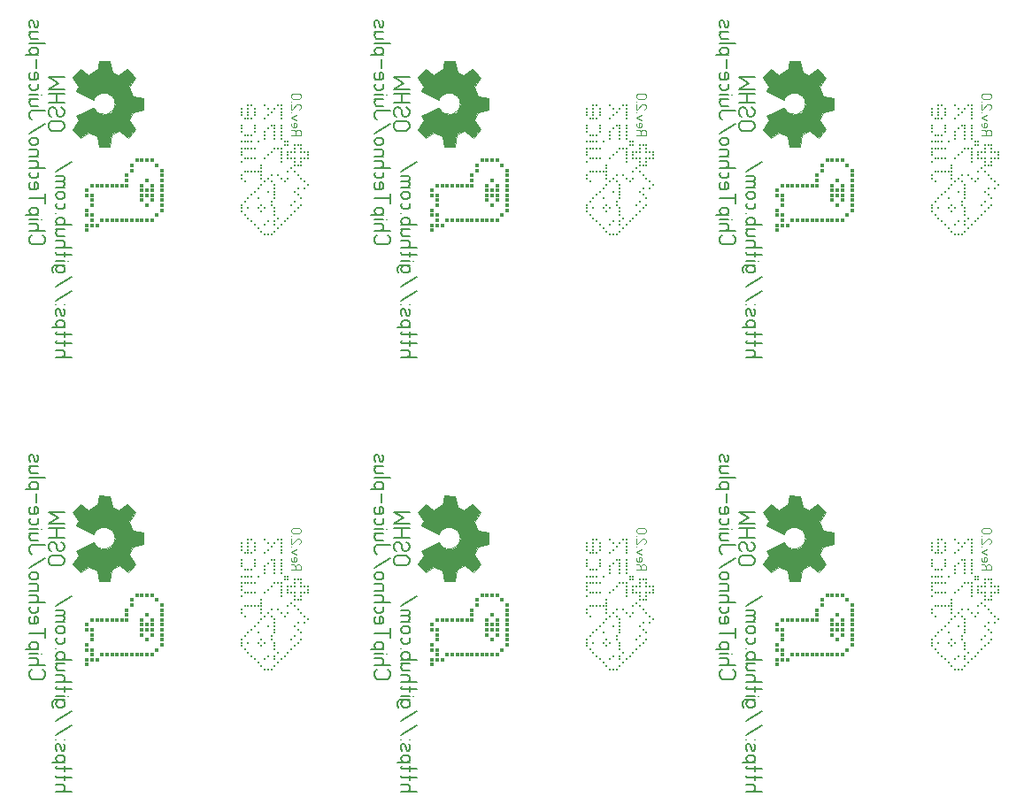
<source format=gbr>
%FSLAX34Y34*%
%MOMM*%
%LNSILK_BOTTOM_*%
G71*
G01*
%ADD10C, 0.19*%
%ADD11C, 0.10*%
%ADD12R, 0.27X0.27*%
%ADD13C, 0.11*%
%ADD14R, 0.40X0.40*%
%LPD*%
G54D10*
X81254Y590808D02*
X96365Y590808D01*
G54D10*
X87299Y590808D02*
X89188Y591941D01*
X89754Y594208D01*
X89188Y596474D01*
X87299Y597608D01*
X81254Y597608D01*
G54D10*
X96365Y604030D02*
X82199Y604030D01*
X81254Y605164D01*
X81632Y606297D01*
G54D10*
X89754Y601764D02*
X89754Y606297D01*
G54D10*
X96365Y612720D02*
X82199Y612720D01*
X81254Y613853D01*
X81632Y614986D01*
G54D10*
X89754Y610453D02*
X89754Y614986D01*
G54D10*
X89754Y619142D02*
X77476Y619142D01*
G54D10*
X84088Y619142D02*
X81632Y620275D01*
X81254Y622542D01*
X81632Y624808D01*
X83521Y625942D01*
X87299Y625942D01*
X89188Y624808D01*
X89754Y622542D01*
X89188Y620275D01*
X86921Y619142D01*
G54D10*
X82199Y630098D02*
X81254Y632364D01*
X81254Y634631D01*
X82199Y636898D01*
X84088Y636898D01*
X85032Y635764D01*
X85976Y631231D01*
X86921Y630098D01*
X88810Y630098D01*
X89754Y632364D01*
X89754Y634631D01*
X88810Y636898D01*
G54D10*
X81254Y641054D02*
X81254Y641054D01*
G54D10*
X89754Y641054D02*
X89754Y641054D01*
G54D10*
X81254Y645210D02*
X96365Y654276D01*
G54D10*
X81254Y658433D02*
X96365Y667500D01*
G54D10*
X78421Y671656D02*
X77476Y673922D01*
X77476Y675509D01*
X78421Y677776D01*
X80310Y678456D01*
X89754Y678456D01*
G54D10*
X87299Y678456D02*
X89188Y677322D01*
X89754Y675056D01*
X89188Y672789D01*
X87299Y671656D01*
X83521Y671656D01*
X81632Y672789D01*
X81254Y675056D01*
X81632Y677322D01*
X83521Y678456D01*
G54D10*
X81254Y682612D02*
X89754Y682612D01*
G54D10*
X92588Y682612D02*
X92588Y682612D01*
G54D10*
X96365Y689034D02*
X82199Y689034D01*
X81254Y690168D01*
X81632Y691301D01*
G54D10*
X89754Y686768D02*
X89754Y691301D01*
G54D10*
X81254Y695457D02*
X96365Y695457D01*
G54D10*
X87299Y695457D02*
X89188Y696590D01*
X89754Y698857D01*
X89188Y701124D01*
X87299Y702257D01*
X81254Y702257D01*
G54D10*
X89754Y713213D02*
X81254Y713213D01*
G54D10*
X83143Y713213D02*
X81632Y712080D01*
X81254Y709813D01*
X81632Y707546D01*
X83143Y706413D01*
X89754Y706413D01*
G54D10*
X81254Y717369D02*
X96365Y717369D01*
G54D10*
X87299Y717369D02*
X89188Y718502D01*
X89754Y720769D01*
X89188Y723036D01*
X87299Y724169D01*
X83521Y724169D01*
X81632Y723036D01*
X81254Y720769D01*
X81632Y718502D01*
X83521Y717369D01*
G54D10*
X81254Y728325D02*
X81254Y728325D01*
G54D10*
X89188Y738148D02*
X89754Y735881D01*
X89188Y733614D01*
X87299Y732481D01*
X83521Y732481D01*
X81632Y733614D01*
X81254Y735881D01*
X81632Y738148D01*
G54D10*
X83521Y749104D02*
X87299Y749104D01*
X89188Y747970D01*
X89754Y745704D01*
X89188Y743437D01*
X87299Y742304D01*
X83521Y742304D01*
X81632Y743437D01*
X81254Y745704D01*
X81632Y747970D01*
X83521Y749104D01*
G54D10*
X81254Y753260D02*
X89754Y753260D01*
G54D10*
X88243Y753260D02*
X89754Y755526D01*
X89188Y757793D01*
X87865Y758926D01*
X81254Y758926D01*
G54D10*
X88243Y758926D02*
X89754Y761193D01*
X89188Y763460D01*
X87865Y764593D01*
X81254Y764593D01*
G54D10*
X81254Y768749D02*
X96365Y777816D01*
G54D11*
X165104Y838952D02*
X165105Y827839D01*
X154786Y825458D01*
X151611Y817917D01*
X157564Y808789D01*
X150420Y800852D01*
X142483Y807202D01*
X134545Y803630D01*
X132958Y792517D01*
X122242Y792517D01*
X121052Y802439D01*
X112717Y806011D01*
X105176Y800852D01*
X97636Y808392D01*
X103192Y817123D01*
X100414Y821489D01*
X117083Y829030D01*
G54D11*
X117083Y837761D02*
X100811Y845302D01*
X102795Y849667D01*
X97239Y858002D01*
X104780Y866336D01*
X112717Y860383D01*
X121052Y863955D01*
X122242Y874273D01*
X132958Y873876D01*
X134942Y863161D01*
X141292Y860383D01*
X149626Y866336D01*
X157167Y858398D01*
X151611Y849270D01*
X154786Y840539D01*
X165104Y838952D01*
G54D11*
G75*
G01X117767Y829299D02*
G03X117767Y837504I9666J4103D01*
G01*
G36*
X132958Y873876D02*
X134942Y863161D01*
X141292Y860383D01*
X149626Y866336D01*
X157167Y858398D01*
X151611Y849270D01*
X154786Y840539D01*
X165104Y838952D01*
X165105Y827839D01*
X154786Y825458D01*
X151611Y817917D01*
X157564Y808789D01*
X150420Y800852D01*
X142483Y807202D01*
X134545Y803630D01*
X132958Y792517D01*
X122242Y792517D01*
X121052Y802439D01*
X112717Y806011D01*
X105176Y800852D01*
X97636Y808392D01*
X103192Y817123D01*
X100414Y821489D01*
X117876Y829426D01*
X118273Y828236D01*
X119067Y827045D01*
X121448Y824664D01*
X124623Y823076D01*
X126608Y822680D01*
X128195Y822680D01*
X130576Y823076D01*
X133354Y824267D01*
X136133Y826648D01*
X137323Y828633D01*
X138117Y830617D01*
X138514Y832998D01*
X138117Y835380D01*
X137323Y838555D01*
X134942Y841333D01*
X130973Y844111D01*
X124623Y844111D01*
X122242Y842920D01*
X119861Y841333D01*
X117876Y838952D01*
X117876Y837364D01*
X100811Y845302D01*
X102795Y849667D01*
X97239Y858002D01*
X104780Y866336D01*
X112717Y860383D01*
X132958Y873876D01*
G37*
G54D11*
X132958Y873876D02*
X134942Y863161D01*
X141292Y860383D01*
X149626Y866336D01*
X157167Y858398D01*
X151611Y849270D01*
X154786Y840539D01*
X165104Y838952D01*
X165105Y827839D01*
X154786Y825458D01*
X151611Y817917D01*
X157564Y808789D01*
X150420Y800852D01*
X142483Y807202D01*
X134545Y803630D01*
X132958Y792517D01*
X122242Y792517D01*
X121052Y802439D01*
X112717Y806011D01*
X105176Y800852D01*
X97636Y808392D01*
X103192Y817123D01*
X100414Y821489D01*
X117876Y829426D01*
X118273Y828236D01*
X119067Y827045D01*
X121448Y824664D01*
X124623Y823076D01*
X126608Y822680D01*
X128195Y822680D01*
X130576Y823076D01*
X133354Y824267D01*
X136133Y826648D01*
X137323Y828633D01*
X138117Y830617D01*
X138514Y832998D01*
X138117Y835380D01*
X137323Y838555D01*
X134942Y841333D01*
X130973Y844111D01*
X124623Y844111D01*
X122242Y842920D01*
X119861Y841333D01*
X117876Y838952D01*
X117876Y837364D01*
X100811Y845302D01*
X102795Y849667D01*
X97239Y858002D01*
X104780Y866336D01*
X112717Y860383D01*
X132958Y873876D01*
G36*
X132958Y873876D02*
X122242Y874273D01*
X121052Y863955D01*
X132958Y873876D01*
G37*
G54D11*
X132958Y873876D02*
X122242Y874273D01*
X121052Y863955D01*
X132958Y873876D01*
G54D10*
X86431Y816659D02*
X76987Y816659D01*
X75098Y815526D01*
X74154Y813259D01*
X74154Y810993D01*
X75098Y808726D01*
X76987Y807593D01*
X86431Y807593D01*
X88320Y808726D01*
X89265Y810993D01*
X89265Y813259D01*
X88320Y815526D01*
X86431Y816659D01*
G54D10*
X76987Y820816D02*
X75098Y821949D01*
X74154Y824216D01*
X74154Y826482D01*
X75098Y828749D01*
X76987Y829882D01*
X78876Y829882D01*
X80765Y828749D01*
X81709Y826482D01*
X81709Y824216D01*
X82654Y821949D01*
X84542Y820816D01*
X86431Y820816D01*
X88320Y821949D01*
X89265Y824216D01*
X89265Y826482D01*
X88320Y828749D01*
X86431Y829882D01*
G54D10*
X74154Y834039D02*
X89265Y834039D01*
G54D10*
X74154Y843105D02*
X89265Y843105D01*
G54D10*
X81709Y834039D02*
X81709Y843105D01*
G54D10*
X89265Y847262D02*
X74154Y847262D01*
X83598Y852928D01*
X74154Y858595D01*
X89265Y858595D01*
X280988Y708025D02*
G54D12*
D03*
X277812Y711200D02*
G54D12*
D03*
X274638Y714375D02*
G54D12*
D03*
X271462Y717550D02*
G54D12*
D03*
X287338Y708025D02*
G54D12*
D03*
X290512Y711200D02*
G54D12*
D03*
X293688Y714375D02*
G54D12*
D03*
X296862Y717550D02*
G54D12*
D03*
X300038Y720725D02*
G54D12*
D03*
X268288Y720725D02*
G54D12*
D03*
X265112Y723900D02*
G54D12*
D03*
X261938Y727075D02*
G54D12*
D03*
X258762Y730250D02*
G54D12*
D03*
X258762Y736600D02*
G54D12*
D03*
X261938Y739775D02*
G54D12*
D03*
X265112Y742950D02*
G54D12*
D03*
X268288Y746125D02*
G54D12*
D03*
X271462Y749300D02*
G54D12*
D03*
X274638Y752475D02*
G54D12*
D03*
X277812Y755650D02*
G54D12*
D03*
X280988Y758825D02*
G54D12*
D03*
X284162Y762000D02*
G54D12*
D03*
X303212Y723900D02*
G54D12*
D03*
X306388Y727075D02*
G54D12*
D03*
X309562Y730250D02*
G54D12*
D03*
X312738Y733425D02*
G54D12*
D03*
X309562Y749300D02*
G54D12*
D03*
X300038Y758825D02*
G54D12*
D03*
X303212Y762000D02*
G54D12*
D03*
X312738Y752475D02*
G54D12*
D03*
X319088Y752475D02*
G54D12*
D03*
X322262Y755650D02*
G54D12*
D03*
X319088Y758825D02*
G54D12*
D03*
X315912Y762000D02*
G54D12*
D03*
X312738Y765175D02*
G54D12*
D03*
X309562Y768350D02*
G54D12*
D03*
X306388Y771525D02*
G54D12*
D03*
X303212Y768350D02*
G54D12*
D03*
X290512Y717550D02*
G54D12*
D03*
X290512Y720725D02*
G54D12*
D03*
X293688Y723900D02*
G54D12*
D03*
X290512Y727075D02*
G54D12*
D03*
X290512Y730250D02*
G54D12*
D03*
X290512Y733425D02*
G54D12*
D03*
X287338Y736600D02*
G54D12*
D03*
X287338Y739775D02*
G54D12*
D03*
X290512Y742950D02*
G54D12*
D03*
X290512Y746125D02*
G54D12*
D03*
X290512Y749300D02*
G54D12*
D03*
X290512Y752475D02*
G54D12*
D03*
X290512Y755650D02*
G54D12*
D03*
X287338Y758825D02*
G54D12*
D03*
X315912Y774700D02*
G54D12*
D03*
X312738Y774700D02*
G54D12*
D03*
X309562Y774700D02*
G54D12*
D03*
X309562Y777875D02*
G54D12*
D03*
X315912Y777875D02*
G54D12*
D03*
X315912Y781050D02*
G54D12*
D03*
X319088Y781050D02*
G54D12*
D03*
X322262Y781050D02*
G54D12*
D03*
X322262Y784225D02*
G54D12*
D03*
X322262Y787400D02*
G54D12*
D03*
X319088Y787400D02*
G54D12*
D03*
X315912Y787400D02*
G54D12*
D03*
X315912Y790575D02*
G54D12*
D03*
X315912Y793750D02*
G54D12*
D03*
X312738Y793750D02*
G54D12*
D03*
X309562Y793750D02*
G54D12*
D03*
X309562Y790575D02*
G54D12*
D03*
X309562Y787400D02*
G54D12*
D03*
X309562Y781050D02*
G54D12*
D03*
X306388Y781050D02*
G54D12*
D03*
X303212Y781050D02*
G54D12*
D03*
X303212Y784225D02*
G54D12*
D03*
X303212Y787400D02*
G54D12*
D03*
X306388Y787400D02*
G54D12*
D03*
X315912Y736600D02*
G54D12*
D03*
X315912Y742950D02*
G54D12*
D03*
X312738Y746125D02*
G54D12*
D03*
X296862Y762000D02*
G54D12*
D03*
X293688Y765175D02*
G54D12*
D03*
X287338Y765175D02*
G54D12*
D03*
X277812Y762000D02*
G54D12*
D03*
X277812Y765175D02*
G54D12*
D03*
X277812Y768350D02*
G54D12*
D03*
X277812Y771525D02*
G54D12*
D03*
X277812Y774700D02*
G54D12*
D03*
X274638Y768350D02*
G54D12*
D03*
X271462Y768350D02*
G54D12*
D03*
X268288Y768350D02*
G54D12*
D03*
X265112Y768350D02*
G54D12*
D03*
X261938Y768350D02*
G54D12*
D03*
X258762Y765175D02*
G54D12*
D03*
X258762Y762000D02*
G54D12*
D03*
X261938Y758825D02*
G54D12*
D03*
X258762Y777875D02*
G54D12*
D03*
X261938Y781050D02*
G54D12*
D03*
X265112Y781050D02*
G54D12*
D03*
X268288Y781050D02*
G54D12*
D03*
X271462Y781050D02*
G54D12*
D03*
X258762Y784225D02*
G54D12*
D03*
X258762Y787400D02*
G54D12*
D03*
X258762Y790575D02*
G54D12*
D03*
X261938Y790575D02*
G54D12*
D03*
X265112Y790575D02*
G54D12*
D03*
X268288Y790575D02*
G54D12*
D03*
X271462Y790575D02*
G54D12*
D03*
X274638Y796925D02*
G54D12*
D03*
X268288Y796925D02*
G54D12*
D03*
X265112Y796925D02*
G54D12*
D03*
X261938Y796925D02*
G54D12*
D03*
X258762Y796925D02*
G54D12*
D03*
X261938Y803275D02*
G54D12*
D03*
X265112Y803275D02*
G54D12*
D03*
X268288Y803275D02*
G54D12*
D03*
X271462Y806450D02*
G54D12*
D03*
X271462Y809625D02*
G54D12*
D03*
X258762Y806450D02*
G54D12*
D03*
X258762Y809625D02*
G54D12*
D03*
X258762Y812800D02*
G54D12*
D03*
X271462Y812800D02*
G54D12*
D03*
X261938Y819150D02*
G54D12*
D03*
X265112Y819150D02*
G54D12*
D03*
X268288Y819150D02*
G54D12*
D03*
X271462Y822325D02*
G54D12*
D03*
X271462Y825500D02*
G54D12*
D03*
X271462Y828675D02*
G54D12*
D03*
X258762Y822325D02*
G54D12*
D03*
X258762Y825500D02*
G54D12*
D03*
X258762Y828675D02*
G54D12*
D03*
X268288Y831850D02*
G54D12*
D03*
X265112Y831850D02*
G54D12*
D03*
X265112Y828675D02*
G54D12*
D03*
X265112Y825500D02*
G54D12*
D03*
X265112Y822325D02*
G54D12*
D03*
X277812Y730250D02*
G54D12*
D03*
X274638Y733425D02*
G54D12*
D03*
X277812Y736600D02*
G54D12*
D03*
X280988Y733425D02*
G54D12*
D03*
X274638Y742950D02*
G54D12*
D03*
X284162Y720725D02*
G54D12*
D03*
X284162Y749300D02*
G54D12*
D03*
X265112Y733425D02*
G54D12*
D03*
X280988Y717550D02*
G54D12*
D03*
X296862Y777875D02*
G54D12*
D03*
X296862Y781050D02*
G54D12*
D03*
X296862Y784225D02*
G54D12*
D03*
X296862Y787400D02*
G54D12*
D03*
X296862Y790575D02*
G54D12*
D03*
X293688Y790575D02*
G54D12*
D03*
X290512Y790575D02*
G54D12*
D03*
X287338Y787400D02*
G54D12*
D03*
X284162Y784225D02*
G54D12*
D03*
X280988Y781050D02*
G54D12*
D03*
X303212Y793750D02*
G54D12*
D03*
X300038Y793750D02*
G54D12*
D03*
X300038Y796925D02*
G54D12*
D03*
X303212Y796925D02*
G54D12*
D03*
X296862Y800100D02*
G54D12*
D03*
X296862Y803275D02*
G54D12*
D03*
X296862Y806450D02*
G54D12*
D03*
X296862Y809625D02*
G54D12*
D03*
X296862Y812800D02*
G54D12*
D03*
X290512Y800100D02*
G54D12*
D03*
X290512Y803275D02*
G54D12*
D03*
X290512Y806450D02*
G54D12*
D03*
X290512Y809625D02*
G54D12*
D03*
X290512Y812800D02*
G54D12*
D03*
X287338Y812800D02*
G54D12*
D03*
X284162Y809625D02*
G54D12*
D03*
X280988Y806450D02*
G54D12*
D03*
X280988Y800100D02*
G54D12*
D03*
X280988Y803275D02*
G54D12*
D03*
X296862Y819150D02*
G54D12*
D03*
X296862Y822325D02*
G54D12*
D03*
X296862Y825500D02*
G54D12*
D03*
X296862Y828675D02*
G54D12*
D03*
X296862Y831850D02*
G54D12*
D03*
X293688Y831850D02*
G54D12*
D03*
X290512Y828675D02*
G54D12*
D03*
X287338Y825500D02*
G54D12*
D03*
X284162Y822325D02*
G54D12*
D03*
X280988Y819150D02*
G54D12*
D03*
X284162Y828675D02*
G54D12*
D03*
X280988Y831850D02*
G54D12*
D03*
X309562Y739775D02*
G54D12*
D03*
X306388Y736600D02*
G54D12*
D03*
G54D13*
X310832Y805942D02*
X309721Y807942D01*
X308610Y808608D01*
X306388Y808608D01*
G54D13*
X306388Y803275D02*
X315276Y803275D01*
X315276Y806608D01*
X314721Y807942D01*
X313610Y808608D01*
X312499Y808608D01*
X311388Y807942D01*
X310832Y806608D01*
X310832Y803275D01*
G54D13*
X306943Y815052D02*
X306388Y813985D01*
X306388Y812652D01*
X306943Y811319D01*
X308054Y811052D01*
X309943Y811052D01*
X311054Y811719D01*
X311388Y813052D01*
X311054Y814385D01*
X310276Y815052D01*
X309165Y815052D01*
X309165Y811052D01*
G54D13*
X311388Y817496D02*
X306388Y820163D01*
X311388Y822829D01*
G54D13*
X306388Y825273D02*
X306388Y825273D01*
G54D13*
X306388Y833050D02*
X306388Y827717D01*
X306943Y827717D01*
X308054Y828384D01*
X311388Y832384D01*
X312499Y833050D01*
X313610Y833050D01*
X314721Y832384D01*
X315276Y831050D01*
X315276Y829717D01*
X314721Y828384D01*
X313610Y827717D01*
G54D13*
X306388Y835494D02*
X306388Y835494D01*
G54D13*
X313610Y843271D02*
X308054Y843271D01*
X306943Y842605D01*
X306388Y841271D01*
X306388Y839938D01*
X306943Y838605D01*
X308054Y837938D01*
X313610Y837938D01*
X314721Y838605D01*
X315276Y839938D01*
X315276Y841271D01*
X314721Y842605D01*
X313610Y843271D01*
X284162Y708025D02*
G54D12*
D03*
X258762Y733425D02*
G54D12*
D03*
X182562Y736203D02*
G54D14*
D03*
X182562Y740966D02*
G54D14*
D03*
X182562Y745728D02*
G54D14*
D03*
X182562Y750491D02*
G54D14*
D03*
X182562Y755253D02*
G54D14*
D03*
X182562Y760016D02*
G54D14*
D03*
X182562Y764778D02*
G54D14*
D03*
X182562Y769541D02*
G54D14*
D03*
X168275Y721916D02*
G54D14*
D03*
X163512Y721916D02*
G54D14*
D03*
X158750Y721916D02*
G54D14*
D03*
X153988Y721916D02*
G54D14*
D03*
X149225Y721916D02*
G54D14*
D03*
X144462Y721916D02*
G54D14*
D03*
X139700Y721916D02*
G54D14*
D03*
X134938Y721916D02*
G54D14*
D03*
X130175Y721916D02*
G54D14*
D03*
X125412Y721916D02*
G54D14*
D03*
X120650Y717153D02*
G54D14*
D03*
X115887Y717153D02*
G54D14*
D03*
X111125Y717153D02*
G54D14*
D03*
X111125Y712391D02*
G54D14*
D03*
X115888Y726678D02*
G54D14*
D03*
X111125Y726678D02*
G54D14*
D03*
X111125Y731441D02*
G54D14*
D03*
X115888Y736203D02*
G54D14*
D03*
X115888Y740966D02*
G54D14*
D03*
X115888Y745728D02*
G54D14*
D03*
X111125Y745728D02*
G54D14*
D03*
X111125Y750491D02*
G54D14*
D03*
X158750Y779066D02*
G54D14*
D03*
X163512Y779066D02*
G54D14*
D03*
X168275Y779066D02*
G54D14*
D03*
X173038Y779066D02*
G54D14*
D03*
X177800Y774303D02*
G54D14*
D03*
X168275Y736203D02*
G54D14*
D03*
X173038Y740966D02*
G54D14*
D03*
X173038Y745728D02*
G54D14*
D03*
X173038Y750491D02*
G54D14*
D03*
X173038Y755253D02*
G54D14*
D03*
X168275Y760016D02*
G54D14*
D03*
X163512Y740966D02*
G54D14*
D03*
X163512Y745728D02*
G54D14*
D03*
X163512Y750491D02*
G54D14*
D03*
X163512Y755253D02*
G54D14*
D03*
X168275Y745728D02*
G54D14*
D03*
X168275Y750491D02*
G54D14*
D03*
X115888Y721916D02*
G54D14*
D03*
X153988Y774303D02*
G54D14*
D03*
X153988Y769541D02*
G54D14*
D03*
X149225Y760016D02*
G54D14*
D03*
X149225Y764778D02*
G54D14*
D03*
X149225Y755253D02*
G54D14*
D03*
X144462Y755253D02*
G54D14*
D03*
X139700Y755253D02*
G54D14*
D03*
X134938Y755253D02*
G54D14*
D03*
X130175Y755253D02*
G54D14*
D03*
X125412Y755253D02*
G54D14*
D03*
X120650Y755253D02*
G54D14*
D03*
X115888Y755253D02*
G54D14*
D03*
X182562Y731441D02*
G54D14*
D03*
X177800Y726678D02*
G54D14*
D03*
X173038Y721916D02*
G54D14*
D03*
G54D10*
X58687Y707824D02*
X56799Y706691D01*
X55854Y704424D01*
X55854Y702158D01*
X56799Y699891D01*
X58687Y698758D01*
X68132Y698758D01*
X70021Y699891D01*
X70965Y702158D01*
X70965Y704424D01*
X70021Y706691D01*
X68132Y707824D01*
G54D10*
X55854Y711981D02*
X70965Y711981D01*
G54D10*
X61899Y711981D02*
X63787Y713114D01*
X64354Y715381D01*
X63787Y717648D01*
X61899Y718781D01*
X55854Y718781D01*
G54D10*
X55854Y722937D02*
X64354Y722937D01*
G54D10*
X67187Y722937D02*
X67187Y722937D01*
G54D10*
X64354Y727093D02*
X52076Y727093D01*
G54D10*
X58687Y727093D02*
X56232Y728226D01*
X55854Y730493D01*
X56232Y732760D01*
X58121Y733893D01*
X61899Y733893D01*
X63787Y732760D01*
X64354Y730493D01*
X63787Y728226D01*
X61521Y727093D01*
G54D10*
X55854Y742582D02*
X70965Y742582D01*
G54D10*
X70965Y738049D02*
X70965Y747116D01*
G54D10*
X56799Y758072D02*
X55854Y756258D01*
X55854Y753992D01*
X56799Y751725D01*
X58687Y751272D01*
X61899Y751272D01*
X63787Y752405D01*
X64354Y754672D01*
X63787Y756938D01*
X62465Y758072D01*
X60576Y758072D01*
X60576Y751272D01*
G54D10*
X63787Y767894D02*
X64354Y765628D01*
X63787Y763361D01*
X61899Y762228D01*
X58121Y762228D01*
X56232Y763361D01*
X55854Y765628D01*
X56232Y767894D01*
G54D10*
X55854Y772051D02*
X70965Y772051D01*
G54D10*
X61899Y772051D02*
X63787Y773184D01*
X64354Y775451D01*
X63787Y777718D01*
X61899Y778851D01*
X55854Y778851D01*
G54D10*
X55854Y783007D02*
X64354Y783007D01*
G54D10*
X62465Y783007D02*
X63787Y784140D01*
X64354Y786407D01*
X63787Y788674D01*
X62465Y789807D01*
X55854Y789807D01*
G54D10*
X58121Y800763D02*
X61899Y800763D01*
X63787Y799630D01*
X64354Y797363D01*
X63787Y795096D01*
X61899Y793963D01*
X58121Y793963D01*
X56232Y795096D01*
X55854Y797363D01*
X56232Y799630D01*
X58121Y800763D01*
G54D10*
X55854Y804919D02*
X70965Y813986D01*
G54D10*
X70965Y827208D02*
X58687Y827208D01*
X56799Y826075D01*
X55854Y823808D01*
X55854Y821542D01*
X56799Y819275D01*
X58687Y818142D01*
G54D10*
X64354Y838165D02*
X55854Y838165D01*
G54D10*
X57743Y838165D02*
X56232Y837032D01*
X55854Y834765D01*
X56232Y832498D01*
X57743Y831365D01*
X64354Y831365D01*
G54D10*
X55854Y842321D02*
X64354Y842321D01*
G54D10*
X67187Y842321D02*
X67187Y842321D01*
G54D10*
X63787Y852144D02*
X64354Y849877D01*
X63787Y847610D01*
X61899Y846477D01*
X58121Y846477D01*
X56232Y847610D01*
X55854Y849877D01*
X56232Y852144D01*
G54D10*
X56799Y863100D02*
X55854Y861286D01*
X55854Y859020D01*
X56799Y856753D01*
X58687Y856300D01*
X61899Y856300D01*
X63787Y857433D01*
X64354Y859700D01*
X63787Y861966D01*
X62465Y863100D01*
X60576Y863100D01*
X60576Y856300D01*
G54D10*
X62465Y867256D02*
X62465Y876322D01*
G54D10*
X64354Y880479D02*
X52076Y880479D01*
G54D10*
X58687Y880479D02*
X56232Y881612D01*
X55854Y883879D01*
X56232Y886146D01*
X58121Y887279D01*
X61899Y887279D01*
X63787Y886146D01*
X64354Y883879D01*
X63787Y881612D01*
X61521Y880479D01*
G54D10*
X55854Y891435D02*
X70965Y891435D01*
G54D10*
X64354Y902391D02*
X55854Y902391D01*
G54D10*
X57743Y902391D02*
X56232Y901258D01*
X55854Y898991D01*
X56232Y896724D01*
X57743Y895591D01*
X64354Y895591D01*
G54D10*
X56799Y906547D02*
X55854Y908814D01*
X55854Y911080D01*
X56799Y913347D01*
X58687Y913347D01*
X59632Y912214D01*
X60576Y907680D01*
X61521Y906547D01*
X63410Y906547D01*
X64354Y908814D01*
X64354Y911080D01*
X63410Y913347D01*
G54D10*
X411454Y590808D02*
X426565Y590808D01*
G54D10*
X417499Y590808D02*
X419388Y591941D01*
X419954Y594208D01*
X419388Y596474D01*
X417499Y597608D01*
X411454Y597608D01*
G54D10*
X426565Y604030D02*
X412399Y604030D01*
X411454Y605164D01*
X411832Y606297D01*
G54D10*
X419954Y601764D02*
X419954Y606297D01*
G54D10*
X426565Y612720D02*
X412399Y612720D01*
X411454Y613853D01*
X411832Y614986D01*
G54D10*
X419954Y610453D02*
X419954Y614986D01*
G54D10*
X419954Y619142D02*
X407676Y619142D01*
G54D10*
X414288Y619142D02*
X411832Y620275D01*
X411454Y622542D01*
X411832Y624808D01*
X413721Y625942D01*
X417499Y625942D01*
X419388Y624808D01*
X419954Y622542D01*
X419388Y620275D01*
X417121Y619142D01*
G54D10*
X412399Y630098D02*
X411454Y632364D01*
X411454Y634631D01*
X412399Y636898D01*
X414288Y636898D01*
X415232Y635764D01*
X416176Y631231D01*
X417121Y630098D01*
X419010Y630098D01*
X419954Y632364D01*
X419954Y634631D01*
X419010Y636898D01*
G54D10*
X411454Y641054D02*
X411454Y641054D01*
G54D10*
X419954Y641054D02*
X419954Y641054D01*
G54D10*
X411454Y645210D02*
X426565Y654276D01*
G54D10*
X411454Y658433D02*
X426565Y667500D01*
G54D10*
X408621Y671656D02*
X407676Y673922D01*
X407676Y675509D01*
X408621Y677776D01*
X410510Y678456D01*
X419954Y678456D01*
G54D10*
X417499Y678456D02*
X419388Y677322D01*
X419954Y675056D01*
X419388Y672789D01*
X417499Y671656D01*
X413721Y671656D01*
X411832Y672789D01*
X411454Y675056D01*
X411832Y677322D01*
X413721Y678456D01*
G54D10*
X411454Y682612D02*
X419954Y682612D01*
G54D10*
X422788Y682612D02*
X422788Y682612D01*
G54D10*
X426565Y689034D02*
X412399Y689034D01*
X411454Y690168D01*
X411832Y691301D01*
G54D10*
X419954Y686768D02*
X419954Y691301D01*
G54D10*
X411454Y695457D02*
X426565Y695457D01*
G54D10*
X417499Y695457D02*
X419388Y696590D01*
X419954Y698857D01*
X419388Y701124D01*
X417499Y702257D01*
X411454Y702257D01*
G54D10*
X419954Y713213D02*
X411454Y713213D01*
G54D10*
X413343Y713213D02*
X411832Y712080D01*
X411454Y709813D01*
X411832Y707546D01*
X413343Y706413D01*
X419954Y706413D01*
G54D10*
X411454Y717369D02*
X426565Y717369D01*
G54D10*
X417499Y717369D02*
X419388Y718502D01*
X419954Y720769D01*
X419388Y723036D01*
X417499Y724169D01*
X413721Y724169D01*
X411832Y723036D01*
X411454Y720769D01*
X411832Y718502D01*
X413721Y717369D01*
G54D10*
X411454Y728325D02*
X411454Y728325D01*
G54D10*
X419388Y738148D02*
X419954Y735881D01*
X419388Y733614D01*
X417499Y732481D01*
X413721Y732481D01*
X411832Y733614D01*
X411454Y735881D01*
X411832Y738148D01*
G54D10*
X413721Y749104D02*
X417499Y749104D01*
X419388Y747970D01*
X419954Y745704D01*
X419388Y743437D01*
X417499Y742304D01*
X413721Y742304D01*
X411832Y743437D01*
X411454Y745704D01*
X411832Y747970D01*
X413721Y749104D01*
G54D10*
X411454Y753260D02*
X419954Y753260D01*
G54D10*
X418443Y753260D02*
X419954Y755526D01*
X419388Y757793D01*
X418065Y758926D01*
X411454Y758926D01*
G54D10*
X418443Y758926D02*
X419954Y761193D01*
X419388Y763460D01*
X418065Y764593D01*
X411454Y764593D01*
G54D10*
X411454Y768749D02*
X426565Y777816D01*
G54D11*
X495304Y838952D02*
X495305Y827839D01*
X484986Y825458D01*
X481811Y817917D01*
X487764Y808789D01*
X480620Y800852D01*
X472683Y807202D01*
X464745Y803630D01*
X463158Y792517D01*
X452442Y792517D01*
X451252Y802439D01*
X442917Y806011D01*
X435376Y800852D01*
X427836Y808392D01*
X433392Y817123D01*
X430614Y821489D01*
X447283Y829030D01*
G54D11*
X447283Y837761D02*
X431011Y845302D01*
X432995Y849667D01*
X427439Y858002D01*
X434980Y866336D01*
X442917Y860383D01*
X451252Y863955D01*
X452442Y874273D01*
X463158Y873876D01*
X465142Y863161D01*
X471492Y860383D01*
X479826Y866336D01*
X487367Y858398D01*
X481811Y849270D01*
X484986Y840539D01*
X495304Y838952D01*
G54D11*
G75*
G01X447967Y829299D02*
G03X447967Y837504I9666J4103D01*
G01*
G36*
X463158Y873876D02*
X465142Y863161D01*
X471492Y860383D01*
X479826Y866336D01*
X487367Y858398D01*
X481811Y849270D01*
X484986Y840539D01*
X495304Y838952D01*
X495305Y827839D01*
X484986Y825458D01*
X481811Y817917D01*
X487764Y808789D01*
X480620Y800852D01*
X472683Y807202D01*
X464745Y803630D01*
X463158Y792517D01*
X452442Y792517D01*
X451252Y802439D01*
X442917Y806011D01*
X435376Y800852D01*
X427836Y808392D01*
X433392Y817123D01*
X430614Y821489D01*
X448076Y829426D01*
X448473Y828236D01*
X449267Y827045D01*
X451648Y824664D01*
X454823Y823076D01*
X456808Y822680D01*
X458395Y822680D01*
X460776Y823076D01*
X463554Y824267D01*
X466333Y826648D01*
X467523Y828633D01*
X468317Y830617D01*
X468714Y832998D01*
X468317Y835380D01*
X467523Y838555D01*
X465142Y841333D01*
X461173Y844111D01*
X454823Y844111D01*
X452442Y842920D01*
X450061Y841333D01*
X448076Y838952D01*
X448076Y837364D01*
X431011Y845302D01*
X432995Y849667D01*
X427439Y858002D01*
X434980Y866336D01*
X442917Y860383D01*
X463158Y873876D01*
G37*
G54D11*
X463158Y873876D02*
X465142Y863161D01*
X471492Y860383D01*
X479826Y866336D01*
X487367Y858398D01*
X481811Y849270D01*
X484986Y840539D01*
X495304Y838952D01*
X495305Y827839D01*
X484986Y825458D01*
X481811Y817917D01*
X487764Y808789D01*
X480620Y800852D01*
X472683Y807202D01*
X464745Y803630D01*
X463158Y792517D01*
X452442Y792517D01*
X451252Y802439D01*
X442917Y806011D01*
X435376Y800852D01*
X427836Y808392D01*
X433392Y817123D01*
X430614Y821489D01*
X448076Y829426D01*
X448473Y828236D01*
X449267Y827045D01*
X451648Y824664D01*
X454823Y823076D01*
X456808Y822680D01*
X458395Y822680D01*
X460776Y823076D01*
X463554Y824267D01*
X466333Y826648D01*
X467523Y828633D01*
X468317Y830617D01*
X468714Y832998D01*
X468317Y835380D01*
X467523Y838555D01*
X465142Y841333D01*
X461173Y844111D01*
X454823Y844111D01*
X452442Y842920D01*
X450061Y841333D01*
X448076Y838952D01*
X448076Y837364D01*
X431011Y845302D01*
X432995Y849667D01*
X427439Y858002D01*
X434980Y866336D01*
X442917Y860383D01*
X463158Y873876D01*
G36*
X463158Y873876D02*
X452442Y874273D01*
X451252Y863955D01*
X463158Y873876D01*
G37*
G54D11*
X463158Y873876D02*
X452442Y874273D01*
X451252Y863955D01*
X463158Y873876D01*
G54D10*
X416631Y816659D02*
X407187Y816659D01*
X405298Y815526D01*
X404354Y813259D01*
X404354Y810993D01*
X405298Y808726D01*
X407187Y807593D01*
X416631Y807593D01*
X418520Y808726D01*
X419465Y810993D01*
X419465Y813259D01*
X418520Y815526D01*
X416631Y816659D01*
G54D10*
X407187Y820816D02*
X405298Y821949D01*
X404354Y824216D01*
X404354Y826482D01*
X405298Y828749D01*
X407187Y829882D01*
X409076Y829882D01*
X410965Y828749D01*
X411909Y826482D01*
X411909Y824216D01*
X412854Y821949D01*
X414742Y820816D01*
X416631Y820816D01*
X418520Y821949D01*
X419465Y824216D01*
X419465Y826482D01*
X418520Y828749D01*
X416631Y829882D01*
G54D10*
X404354Y834039D02*
X419465Y834039D01*
G54D10*
X404354Y843105D02*
X419465Y843105D01*
G54D10*
X411909Y834039D02*
X411909Y843105D01*
G54D10*
X419465Y847262D02*
X404354Y847262D01*
X413798Y852928D01*
X404354Y858595D01*
X419465Y858595D01*
X611188Y708025D02*
G54D12*
D03*
X608012Y711200D02*
G54D12*
D03*
X604838Y714375D02*
G54D12*
D03*
X601662Y717550D02*
G54D12*
D03*
X617538Y708025D02*
G54D12*
D03*
X620712Y711200D02*
G54D12*
D03*
X623888Y714375D02*
G54D12*
D03*
X627062Y717550D02*
G54D12*
D03*
X630238Y720725D02*
G54D12*
D03*
X598488Y720725D02*
G54D12*
D03*
X595312Y723900D02*
G54D12*
D03*
X592138Y727075D02*
G54D12*
D03*
X588962Y730250D02*
G54D12*
D03*
X588962Y736600D02*
G54D12*
D03*
X592138Y739775D02*
G54D12*
D03*
X595312Y742950D02*
G54D12*
D03*
X598488Y746125D02*
G54D12*
D03*
X601662Y749300D02*
G54D12*
D03*
X604838Y752475D02*
G54D12*
D03*
X608012Y755650D02*
G54D12*
D03*
X611188Y758825D02*
G54D12*
D03*
X614362Y762000D02*
G54D12*
D03*
X633412Y723900D02*
G54D12*
D03*
X636588Y727075D02*
G54D12*
D03*
X639762Y730250D02*
G54D12*
D03*
X642938Y733425D02*
G54D12*
D03*
X639762Y749300D02*
G54D12*
D03*
X630238Y758825D02*
G54D12*
D03*
X633412Y762000D02*
G54D12*
D03*
X642938Y752475D02*
G54D12*
D03*
X649288Y752475D02*
G54D12*
D03*
X652462Y755650D02*
G54D12*
D03*
X649288Y758825D02*
G54D12*
D03*
X646112Y762000D02*
G54D12*
D03*
X642938Y765175D02*
G54D12*
D03*
X639762Y768350D02*
G54D12*
D03*
X636588Y771525D02*
G54D12*
D03*
X633412Y768350D02*
G54D12*
D03*
X620712Y717550D02*
G54D12*
D03*
X620712Y720725D02*
G54D12*
D03*
X623888Y723900D02*
G54D12*
D03*
X620712Y727075D02*
G54D12*
D03*
X620712Y730250D02*
G54D12*
D03*
X620712Y733425D02*
G54D12*
D03*
X617538Y736600D02*
G54D12*
D03*
X617538Y739775D02*
G54D12*
D03*
X620712Y742950D02*
G54D12*
D03*
X620712Y746125D02*
G54D12*
D03*
X620712Y749300D02*
G54D12*
D03*
X620712Y752475D02*
G54D12*
D03*
X620712Y755650D02*
G54D12*
D03*
X617538Y758825D02*
G54D12*
D03*
X646112Y774700D02*
G54D12*
D03*
X642938Y774700D02*
G54D12*
D03*
X639762Y774700D02*
G54D12*
D03*
X639762Y777875D02*
G54D12*
D03*
X646112Y777875D02*
G54D12*
D03*
X646112Y781050D02*
G54D12*
D03*
X649288Y781050D02*
G54D12*
D03*
X652462Y781050D02*
G54D12*
D03*
X652462Y784225D02*
G54D12*
D03*
X652462Y787400D02*
G54D12*
D03*
X649288Y787400D02*
G54D12*
D03*
X646112Y787400D02*
G54D12*
D03*
X646112Y790575D02*
G54D12*
D03*
X646112Y793750D02*
G54D12*
D03*
X642938Y793750D02*
G54D12*
D03*
X639762Y793750D02*
G54D12*
D03*
X639762Y790575D02*
G54D12*
D03*
X639762Y787400D02*
G54D12*
D03*
X639762Y781050D02*
G54D12*
D03*
X636588Y781050D02*
G54D12*
D03*
X633412Y781050D02*
G54D12*
D03*
X633412Y784225D02*
G54D12*
D03*
X633412Y787400D02*
G54D12*
D03*
X636588Y787400D02*
G54D12*
D03*
X646112Y736600D02*
G54D12*
D03*
X646112Y742950D02*
G54D12*
D03*
X642938Y746125D02*
G54D12*
D03*
X627062Y762000D02*
G54D12*
D03*
X623888Y765175D02*
G54D12*
D03*
X617538Y765175D02*
G54D12*
D03*
X608012Y762000D02*
G54D12*
D03*
X608012Y765175D02*
G54D12*
D03*
X608012Y768350D02*
G54D12*
D03*
X608012Y771525D02*
G54D12*
D03*
X608012Y774700D02*
G54D12*
D03*
X604838Y768350D02*
G54D12*
D03*
X601662Y768350D02*
G54D12*
D03*
X598488Y768350D02*
G54D12*
D03*
X595312Y768350D02*
G54D12*
D03*
X592138Y768350D02*
G54D12*
D03*
X588962Y765175D02*
G54D12*
D03*
X588962Y762000D02*
G54D12*
D03*
X592138Y758825D02*
G54D12*
D03*
X588962Y777875D02*
G54D12*
D03*
X592138Y781050D02*
G54D12*
D03*
X595312Y781050D02*
G54D12*
D03*
X598488Y781050D02*
G54D12*
D03*
X601662Y781050D02*
G54D12*
D03*
X588962Y784225D02*
G54D12*
D03*
X588962Y787400D02*
G54D12*
D03*
X588962Y790575D02*
G54D12*
D03*
X592138Y790575D02*
G54D12*
D03*
X595312Y790575D02*
G54D12*
D03*
X598488Y790575D02*
G54D12*
D03*
X601662Y790575D02*
G54D12*
D03*
X604838Y796925D02*
G54D12*
D03*
X598488Y796925D02*
G54D12*
D03*
X595312Y796925D02*
G54D12*
D03*
X592138Y796925D02*
G54D12*
D03*
X588962Y796925D02*
G54D12*
D03*
X592138Y803275D02*
G54D12*
D03*
X595312Y803275D02*
G54D12*
D03*
X598488Y803275D02*
G54D12*
D03*
X601662Y806450D02*
G54D12*
D03*
X601662Y809625D02*
G54D12*
D03*
X588962Y806450D02*
G54D12*
D03*
X588962Y809625D02*
G54D12*
D03*
X588962Y812800D02*
G54D12*
D03*
X601662Y812800D02*
G54D12*
D03*
X592138Y819150D02*
G54D12*
D03*
X595312Y819150D02*
G54D12*
D03*
X598488Y819150D02*
G54D12*
D03*
X601662Y822325D02*
G54D12*
D03*
X601662Y825500D02*
G54D12*
D03*
X601662Y828675D02*
G54D12*
D03*
X588962Y822325D02*
G54D12*
D03*
X588962Y825500D02*
G54D12*
D03*
X588962Y828675D02*
G54D12*
D03*
X598488Y831850D02*
G54D12*
D03*
X595312Y831850D02*
G54D12*
D03*
X595312Y828675D02*
G54D12*
D03*
X595312Y825500D02*
G54D12*
D03*
X595312Y822325D02*
G54D12*
D03*
X608012Y730250D02*
G54D12*
D03*
X604838Y733425D02*
G54D12*
D03*
X608012Y736600D02*
G54D12*
D03*
X611188Y733425D02*
G54D12*
D03*
X604838Y742950D02*
G54D12*
D03*
X614362Y720725D02*
G54D12*
D03*
X614362Y749300D02*
G54D12*
D03*
X595312Y733425D02*
G54D12*
D03*
X611188Y717550D02*
G54D12*
D03*
X627062Y777875D02*
G54D12*
D03*
X627062Y781050D02*
G54D12*
D03*
X627062Y784225D02*
G54D12*
D03*
X627062Y787400D02*
G54D12*
D03*
X627062Y790575D02*
G54D12*
D03*
X623888Y790575D02*
G54D12*
D03*
X620712Y790575D02*
G54D12*
D03*
X617538Y787400D02*
G54D12*
D03*
X614362Y784225D02*
G54D12*
D03*
X611188Y781050D02*
G54D12*
D03*
X633412Y793750D02*
G54D12*
D03*
X630238Y793750D02*
G54D12*
D03*
X630238Y796925D02*
G54D12*
D03*
X633412Y796925D02*
G54D12*
D03*
X627062Y800100D02*
G54D12*
D03*
X627062Y803275D02*
G54D12*
D03*
X627062Y806450D02*
G54D12*
D03*
X627062Y809625D02*
G54D12*
D03*
X627062Y812800D02*
G54D12*
D03*
X620712Y800100D02*
G54D12*
D03*
X620712Y803275D02*
G54D12*
D03*
X620712Y806450D02*
G54D12*
D03*
X620712Y809625D02*
G54D12*
D03*
X620712Y812800D02*
G54D12*
D03*
X617538Y812800D02*
G54D12*
D03*
X614362Y809625D02*
G54D12*
D03*
X611188Y806450D02*
G54D12*
D03*
X611188Y800100D02*
G54D12*
D03*
X611188Y803275D02*
G54D12*
D03*
X627062Y819150D02*
G54D12*
D03*
X627062Y822325D02*
G54D12*
D03*
X627062Y825500D02*
G54D12*
D03*
X627062Y828675D02*
G54D12*
D03*
X627062Y831850D02*
G54D12*
D03*
X623888Y831850D02*
G54D12*
D03*
X620712Y828675D02*
G54D12*
D03*
X617538Y825500D02*
G54D12*
D03*
X614362Y822325D02*
G54D12*
D03*
X611188Y819150D02*
G54D12*
D03*
X614362Y828675D02*
G54D12*
D03*
X611188Y831850D02*
G54D12*
D03*
X639762Y739775D02*
G54D12*
D03*
X636588Y736600D02*
G54D12*
D03*
G54D13*
X641032Y805942D02*
X639921Y807942D01*
X638810Y808608D01*
X636588Y808608D01*
G54D13*
X636588Y803275D02*
X645476Y803275D01*
X645476Y806608D01*
X644921Y807942D01*
X643810Y808608D01*
X642699Y808608D01*
X641588Y807942D01*
X641032Y806608D01*
X641032Y803275D01*
G54D13*
X637143Y815052D02*
X636588Y813985D01*
X636588Y812652D01*
X637143Y811319D01*
X638254Y811052D01*
X640143Y811052D01*
X641254Y811719D01*
X641588Y813052D01*
X641254Y814385D01*
X640476Y815052D01*
X639365Y815052D01*
X639365Y811052D01*
G54D13*
X641588Y817496D02*
X636588Y820163D01*
X641588Y822829D01*
G54D13*
X636588Y825273D02*
X636588Y825273D01*
G54D13*
X636588Y833050D02*
X636588Y827717D01*
X637143Y827717D01*
X638254Y828384D01*
X641588Y832384D01*
X642699Y833050D01*
X643810Y833050D01*
X644921Y832384D01*
X645476Y831050D01*
X645476Y829717D01*
X644921Y828384D01*
X643810Y827717D01*
G54D13*
X636588Y835494D02*
X636588Y835494D01*
G54D13*
X643810Y843271D02*
X638254Y843271D01*
X637143Y842605D01*
X636588Y841271D01*
X636588Y839938D01*
X637143Y838605D01*
X638254Y837938D01*
X643810Y837938D01*
X644921Y838605D01*
X645476Y839938D01*
X645476Y841271D01*
X644921Y842605D01*
X643810Y843271D01*
X614362Y708025D02*
G54D12*
D03*
X588962Y733425D02*
G54D12*
D03*
X512762Y736203D02*
G54D14*
D03*
X512762Y740966D02*
G54D14*
D03*
X512762Y745728D02*
G54D14*
D03*
X512762Y750491D02*
G54D14*
D03*
X512762Y755253D02*
G54D14*
D03*
X512762Y760016D02*
G54D14*
D03*
X512762Y764778D02*
G54D14*
D03*
X512762Y769541D02*
G54D14*
D03*
X498475Y721916D02*
G54D14*
D03*
X493712Y721916D02*
G54D14*
D03*
X488950Y721916D02*
G54D14*
D03*
X484188Y721916D02*
G54D14*
D03*
X479425Y721916D02*
G54D14*
D03*
X474662Y721916D02*
G54D14*
D03*
X469900Y721916D02*
G54D14*
D03*
X465138Y721916D02*
G54D14*
D03*
X460375Y721916D02*
G54D14*
D03*
X455612Y721916D02*
G54D14*
D03*
X450850Y717153D02*
G54D14*
D03*
X446087Y717153D02*
G54D14*
D03*
X441325Y717153D02*
G54D14*
D03*
X441325Y712391D02*
G54D14*
D03*
X446088Y726678D02*
G54D14*
D03*
X441325Y726678D02*
G54D14*
D03*
X441325Y731441D02*
G54D14*
D03*
X446088Y736203D02*
G54D14*
D03*
X446088Y740966D02*
G54D14*
D03*
X446088Y745728D02*
G54D14*
D03*
X441325Y745728D02*
G54D14*
D03*
X441325Y750491D02*
G54D14*
D03*
X488950Y779066D02*
G54D14*
D03*
X493712Y779066D02*
G54D14*
D03*
X498475Y779066D02*
G54D14*
D03*
X503238Y779066D02*
G54D14*
D03*
X508000Y774303D02*
G54D14*
D03*
X498475Y736203D02*
G54D14*
D03*
X503238Y740966D02*
G54D14*
D03*
X503238Y745728D02*
G54D14*
D03*
X503238Y750491D02*
G54D14*
D03*
X503238Y755253D02*
G54D14*
D03*
X498475Y760016D02*
G54D14*
D03*
X493712Y740966D02*
G54D14*
D03*
X493712Y745728D02*
G54D14*
D03*
X493712Y750491D02*
G54D14*
D03*
X493712Y755253D02*
G54D14*
D03*
X498475Y745728D02*
G54D14*
D03*
X498475Y750491D02*
G54D14*
D03*
X446088Y721916D02*
G54D14*
D03*
X484188Y774303D02*
G54D14*
D03*
X484188Y769541D02*
G54D14*
D03*
X479425Y760016D02*
G54D14*
D03*
X479425Y764778D02*
G54D14*
D03*
X479425Y755253D02*
G54D14*
D03*
X474662Y755253D02*
G54D14*
D03*
X469900Y755253D02*
G54D14*
D03*
X465138Y755253D02*
G54D14*
D03*
X460375Y755253D02*
G54D14*
D03*
X455612Y755253D02*
G54D14*
D03*
X450850Y755253D02*
G54D14*
D03*
X446088Y755253D02*
G54D14*
D03*
X512762Y731441D02*
G54D14*
D03*
X508000Y726678D02*
G54D14*
D03*
X503238Y721916D02*
G54D14*
D03*
G54D10*
X388887Y707824D02*
X386999Y706691D01*
X386054Y704424D01*
X386054Y702158D01*
X386999Y699891D01*
X388887Y698758D01*
X398332Y698758D01*
X400221Y699891D01*
X401165Y702158D01*
X401165Y704424D01*
X400221Y706691D01*
X398332Y707824D01*
G54D10*
X386054Y711981D02*
X401165Y711981D01*
G54D10*
X392099Y711981D02*
X393987Y713114D01*
X394554Y715381D01*
X393987Y717648D01*
X392099Y718781D01*
X386054Y718781D01*
G54D10*
X386054Y722937D02*
X394554Y722937D01*
G54D10*
X397387Y722937D02*
X397387Y722937D01*
G54D10*
X394554Y727093D02*
X382276Y727093D01*
G54D10*
X388887Y727093D02*
X386432Y728226D01*
X386054Y730493D01*
X386432Y732760D01*
X388321Y733893D01*
X392099Y733893D01*
X393987Y732760D01*
X394554Y730493D01*
X393987Y728226D01*
X391721Y727093D01*
G54D10*
X386054Y742582D02*
X401165Y742582D01*
G54D10*
X401165Y738049D02*
X401165Y747116D01*
G54D10*
X386999Y758072D02*
X386054Y756258D01*
X386054Y753992D01*
X386999Y751725D01*
X388887Y751272D01*
X392099Y751272D01*
X393987Y752405D01*
X394554Y754672D01*
X393987Y756938D01*
X392665Y758072D01*
X390776Y758072D01*
X390776Y751272D01*
G54D10*
X393987Y767894D02*
X394554Y765628D01*
X393987Y763361D01*
X392099Y762228D01*
X388321Y762228D01*
X386432Y763361D01*
X386054Y765628D01*
X386432Y767894D01*
G54D10*
X386054Y772051D02*
X401165Y772051D01*
G54D10*
X392099Y772051D02*
X393987Y773184D01*
X394554Y775451D01*
X393987Y777718D01*
X392099Y778851D01*
X386054Y778851D01*
G54D10*
X386054Y783007D02*
X394554Y783007D01*
G54D10*
X392665Y783007D02*
X393987Y784140D01*
X394554Y786407D01*
X393987Y788674D01*
X392665Y789807D01*
X386054Y789807D01*
G54D10*
X388321Y800763D02*
X392099Y800763D01*
X393987Y799630D01*
X394554Y797363D01*
X393987Y795096D01*
X392099Y793963D01*
X388321Y793963D01*
X386432Y795096D01*
X386054Y797363D01*
X386432Y799630D01*
X388321Y800763D01*
G54D10*
X386054Y804919D02*
X401165Y813986D01*
G54D10*
X401165Y827208D02*
X388887Y827208D01*
X386999Y826075D01*
X386054Y823808D01*
X386054Y821542D01*
X386999Y819275D01*
X388887Y818142D01*
G54D10*
X394554Y838165D02*
X386054Y838165D01*
G54D10*
X387943Y838165D02*
X386432Y837032D01*
X386054Y834765D01*
X386432Y832498D01*
X387943Y831365D01*
X394554Y831365D01*
G54D10*
X386054Y842321D02*
X394554Y842321D01*
G54D10*
X397387Y842321D02*
X397387Y842321D01*
G54D10*
X393987Y852144D02*
X394554Y849877D01*
X393987Y847610D01*
X392099Y846477D01*
X388321Y846477D01*
X386432Y847610D01*
X386054Y849877D01*
X386432Y852144D01*
G54D10*
X386999Y863100D02*
X386054Y861286D01*
X386054Y859020D01*
X386999Y856753D01*
X388887Y856300D01*
X392099Y856300D01*
X393987Y857433D01*
X394554Y859700D01*
X393987Y861966D01*
X392665Y863100D01*
X390776Y863100D01*
X390776Y856300D01*
G54D10*
X392665Y867256D02*
X392665Y876322D01*
G54D10*
X394554Y880479D02*
X382276Y880479D01*
G54D10*
X388887Y880479D02*
X386432Y881612D01*
X386054Y883879D01*
X386432Y886146D01*
X388321Y887279D01*
X392099Y887279D01*
X393987Y886146D01*
X394554Y883879D01*
X393987Y881612D01*
X391721Y880479D01*
G54D10*
X386054Y891435D02*
X401165Y891435D01*
G54D10*
X394554Y902391D02*
X386054Y902391D01*
G54D10*
X387943Y902391D02*
X386432Y901258D01*
X386054Y898991D01*
X386432Y896724D01*
X387943Y895591D01*
X394554Y895591D01*
G54D10*
X386999Y906547D02*
X386054Y908814D01*
X386054Y911080D01*
X386999Y913347D01*
X388887Y913347D01*
X389832Y912214D01*
X390776Y907680D01*
X391721Y906547D01*
X393610Y906547D01*
X394554Y908814D01*
X394554Y911080D01*
X393610Y913347D01*
G54D10*
X741654Y590808D02*
X756765Y590808D01*
G54D10*
X747699Y590808D02*
X749588Y591941D01*
X750154Y594208D01*
X749588Y596474D01*
X747699Y597608D01*
X741654Y597608D01*
G54D10*
X756765Y604030D02*
X742599Y604030D01*
X741654Y605164D01*
X742032Y606297D01*
G54D10*
X750154Y601764D02*
X750154Y606297D01*
G54D10*
X756765Y612720D02*
X742599Y612720D01*
X741654Y613853D01*
X742032Y614986D01*
G54D10*
X750154Y610453D02*
X750154Y614986D01*
G54D10*
X750154Y619142D02*
X737876Y619142D01*
G54D10*
X744488Y619142D02*
X742032Y620275D01*
X741654Y622542D01*
X742032Y624808D01*
X743921Y625942D01*
X747699Y625942D01*
X749588Y624808D01*
X750154Y622542D01*
X749588Y620275D01*
X747321Y619142D01*
G54D10*
X742599Y630098D02*
X741654Y632364D01*
X741654Y634631D01*
X742599Y636898D01*
X744488Y636898D01*
X745432Y635764D01*
X746376Y631231D01*
X747321Y630098D01*
X749210Y630098D01*
X750154Y632364D01*
X750154Y634631D01*
X749210Y636898D01*
G54D10*
X741654Y641054D02*
X741654Y641054D01*
G54D10*
X750154Y641054D02*
X750154Y641054D01*
G54D10*
X741654Y645210D02*
X756765Y654276D01*
G54D10*
X741654Y658433D02*
X756765Y667500D01*
G54D10*
X738821Y671656D02*
X737876Y673922D01*
X737876Y675509D01*
X738821Y677776D01*
X740710Y678456D01*
X750154Y678456D01*
G54D10*
X747699Y678456D02*
X749588Y677322D01*
X750154Y675056D01*
X749588Y672789D01*
X747699Y671656D01*
X743921Y671656D01*
X742032Y672789D01*
X741654Y675056D01*
X742032Y677322D01*
X743921Y678456D01*
G54D10*
X741654Y682612D02*
X750154Y682612D01*
G54D10*
X752988Y682612D02*
X752988Y682612D01*
G54D10*
X756765Y689034D02*
X742599Y689034D01*
X741654Y690168D01*
X742032Y691301D01*
G54D10*
X750154Y686768D02*
X750154Y691301D01*
G54D10*
X741654Y695457D02*
X756765Y695457D01*
G54D10*
X747699Y695457D02*
X749588Y696590D01*
X750154Y698857D01*
X749588Y701124D01*
X747699Y702257D01*
X741654Y702257D01*
G54D10*
X750154Y713213D02*
X741654Y713213D01*
G54D10*
X743543Y713213D02*
X742032Y712080D01*
X741654Y709813D01*
X742032Y707546D01*
X743543Y706413D01*
X750154Y706413D01*
G54D10*
X741654Y717369D02*
X756765Y717369D01*
G54D10*
X747699Y717369D02*
X749588Y718502D01*
X750154Y720769D01*
X749588Y723036D01*
X747699Y724169D01*
X743921Y724169D01*
X742032Y723036D01*
X741654Y720769D01*
X742032Y718502D01*
X743921Y717369D01*
G54D10*
X741654Y728325D02*
X741654Y728325D01*
G54D10*
X749588Y738148D02*
X750154Y735881D01*
X749588Y733614D01*
X747699Y732481D01*
X743921Y732481D01*
X742032Y733614D01*
X741654Y735881D01*
X742032Y738148D01*
G54D10*
X743921Y749104D02*
X747699Y749104D01*
X749588Y747970D01*
X750154Y745704D01*
X749588Y743437D01*
X747699Y742304D01*
X743921Y742304D01*
X742032Y743437D01*
X741654Y745704D01*
X742032Y747970D01*
X743921Y749104D01*
G54D10*
X741654Y753260D02*
X750154Y753260D01*
G54D10*
X748643Y753260D02*
X750154Y755526D01*
X749588Y757793D01*
X748265Y758926D01*
X741654Y758926D01*
G54D10*
X748643Y758926D02*
X750154Y761193D01*
X749588Y763460D01*
X748265Y764593D01*
X741654Y764593D01*
G54D10*
X741654Y768749D02*
X756765Y777816D01*
G54D11*
X825504Y838952D02*
X825505Y827839D01*
X815186Y825458D01*
X812011Y817917D01*
X817964Y808789D01*
X810820Y800852D01*
X802883Y807202D01*
X794945Y803630D01*
X793358Y792517D01*
X782642Y792517D01*
X781452Y802439D01*
X773117Y806011D01*
X765576Y800852D01*
X758036Y808392D01*
X763592Y817123D01*
X760814Y821489D01*
X777483Y829030D01*
G54D11*
X777483Y837761D02*
X761211Y845302D01*
X763195Y849667D01*
X757639Y858002D01*
X765180Y866336D01*
X773117Y860383D01*
X781452Y863955D01*
X782642Y874273D01*
X793358Y873876D01*
X795342Y863161D01*
X801692Y860383D01*
X810026Y866336D01*
X817567Y858398D01*
X812011Y849270D01*
X815186Y840539D01*
X825504Y838952D01*
G54D11*
G75*
G01X778167Y829299D02*
G03X778167Y837504I9666J4103D01*
G01*
G36*
X793358Y873876D02*
X795342Y863161D01*
X801692Y860383D01*
X810026Y866336D01*
X817567Y858398D01*
X812011Y849270D01*
X815186Y840539D01*
X825504Y838952D01*
X825505Y827839D01*
X815186Y825458D01*
X812011Y817917D01*
X817964Y808789D01*
X810820Y800852D01*
X802883Y807202D01*
X794945Y803630D01*
X793358Y792517D01*
X782642Y792517D01*
X781452Y802439D01*
X773117Y806011D01*
X765576Y800852D01*
X758036Y808392D01*
X763592Y817123D01*
X760814Y821489D01*
X778276Y829426D01*
X778673Y828236D01*
X779467Y827045D01*
X781848Y824664D01*
X785023Y823076D01*
X787008Y822680D01*
X788595Y822680D01*
X790976Y823076D01*
X793754Y824267D01*
X796533Y826648D01*
X797723Y828633D01*
X798517Y830617D01*
X798914Y832998D01*
X798517Y835380D01*
X797723Y838555D01*
X795342Y841333D01*
X791373Y844111D01*
X785023Y844111D01*
X782642Y842920D01*
X780261Y841333D01*
X778276Y838952D01*
X778276Y837364D01*
X761211Y845302D01*
X763195Y849667D01*
X757639Y858002D01*
X765180Y866336D01*
X773117Y860383D01*
X793358Y873876D01*
G37*
G54D11*
X793358Y873876D02*
X795342Y863161D01*
X801692Y860383D01*
X810026Y866336D01*
X817567Y858398D01*
X812011Y849270D01*
X815186Y840539D01*
X825504Y838952D01*
X825505Y827839D01*
X815186Y825458D01*
X812011Y817917D01*
X817964Y808789D01*
X810820Y800852D01*
X802883Y807202D01*
X794945Y803630D01*
X793358Y792517D01*
X782642Y792517D01*
X781452Y802439D01*
X773117Y806011D01*
X765576Y800852D01*
X758036Y808392D01*
X763592Y817123D01*
X760814Y821489D01*
X778276Y829426D01*
X778673Y828236D01*
X779467Y827045D01*
X781848Y824664D01*
X785023Y823076D01*
X787008Y822680D01*
X788595Y822680D01*
X790976Y823076D01*
X793754Y824267D01*
X796533Y826648D01*
X797723Y828633D01*
X798517Y830617D01*
X798914Y832998D01*
X798517Y835380D01*
X797723Y838555D01*
X795342Y841333D01*
X791373Y844111D01*
X785023Y844111D01*
X782642Y842920D01*
X780261Y841333D01*
X778276Y838952D01*
X778276Y837364D01*
X761211Y845302D01*
X763195Y849667D01*
X757639Y858002D01*
X765180Y866336D01*
X773117Y860383D01*
X793358Y873876D01*
G36*
X793358Y873876D02*
X782642Y874273D01*
X781452Y863955D01*
X793358Y873876D01*
G37*
G54D11*
X793358Y873876D02*
X782642Y874273D01*
X781452Y863955D01*
X793358Y873876D01*
G54D10*
X746831Y816659D02*
X737387Y816659D01*
X735498Y815526D01*
X734554Y813259D01*
X734554Y810993D01*
X735498Y808726D01*
X737387Y807593D01*
X746831Y807593D01*
X748720Y808726D01*
X749665Y810993D01*
X749665Y813259D01*
X748720Y815526D01*
X746831Y816659D01*
G54D10*
X737387Y820816D02*
X735498Y821949D01*
X734554Y824216D01*
X734554Y826482D01*
X735498Y828749D01*
X737387Y829882D01*
X739276Y829882D01*
X741165Y828749D01*
X742109Y826482D01*
X742109Y824216D01*
X743054Y821949D01*
X744942Y820816D01*
X746831Y820816D01*
X748720Y821949D01*
X749665Y824216D01*
X749665Y826482D01*
X748720Y828749D01*
X746831Y829882D01*
G54D10*
X734554Y834039D02*
X749665Y834039D01*
G54D10*
X734554Y843105D02*
X749665Y843105D01*
G54D10*
X742109Y834039D02*
X742109Y843105D01*
G54D10*
X749665Y847262D02*
X734554Y847262D01*
X743998Y852928D01*
X734554Y858595D01*
X749665Y858595D01*
X941388Y708025D02*
G54D12*
D03*
X938212Y711200D02*
G54D12*
D03*
X935038Y714375D02*
G54D12*
D03*
X931862Y717550D02*
G54D12*
D03*
X947738Y708025D02*
G54D12*
D03*
X950912Y711200D02*
G54D12*
D03*
X954088Y714375D02*
G54D12*
D03*
X957262Y717550D02*
G54D12*
D03*
X960438Y720725D02*
G54D12*
D03*
X928688Y720725D02*
G54D12*
D03*
X925512Y723900D02*
G54D12*
D03*
X922338Y727075D02*
G54D12*
D03*
X919162Y730250D02*
G54D12*
D03*
X919162Y736600D02*
G54D12*
D03*
X922338Y739775D02*
G54D12*
D03*
X925512Y742950D02*
G54D12*
D03*
X928688Y746125D02*
G54D12*
D03*
X931862Y749300D02*
G54D12*
D03*
X935038Y752475D02*
G54D12*
D03*
X938212Y755650D02*
G54D12*
D03*
X941388Y758825D02*
G54D12*
D03*
X944562Y762000D02*
G54D12*
D03*
X963612Y723900D02*
G54D12*
D03*
X966788Y727075D02*
G54D12*
D03*
X969962Y730250D02*
G54D12*
D03*
X973138Y733425D02*
G54D12*
D03*
X969962Y749300D02*
G54D12*
D03*
X960438Y758825D02*
G54D12*
D03*
X963612Y762000D02*
G54D12*
D03*
X973138Y752475D02*
G54D12*
D03*
X979488Y752475D02*
G54D12*
D03*
X982662Y755650D02*
G54D12*
D03*
X979488Y758825D02*
G54D12*
D03*
X976312Y762000D02*
G54D12*
D03*
X973138Y765175D02*
G54D12*
D03*
X969962Y768350D02*
G54D12*
D03*
X966788Y771525D02*
G54D12*
D03*
X963612Y768350D02*
G54D12*
D03*
X950912Y717550D02*
G54D12*
D03*
X950912Y720725D02*
G54D12*
D03*
X954088Y723900D02*
G54D12*
D03*
X950912Y727075D02*
G54D12*
D03*
X950912Y730250D02*
G54D12*
D03*
X950912Y733425D02*
G54D12*
D03*
X947738Y736600D02*
G54D12*
D03*
X947738Y739775D02*
G54D12*
D03*
X950912Y742950D02*
G54D12*
D03*
X950912Y746125D02*
G54D12*
D03*
X950912Y749300D02*
G54D12*
D03*
X950912Y752475D02*
G54D12*
D03*
X950912Y755650D02*
G54D12*
D03*
X947738Y758825D02*
G54D12*
D03*
X976312Y774700D02*
G54D12*
D03*
X973138Y774700D02*
G54D12*
D03*
X969962Y774700D02*
G54D12*
D03*
X969962Y777875D02*
G54D12*
D03*
X976312Y777875D02*
G54D12*
D03*
X976312Y781050D02*
G54D12*
D03*
X979488Y781050D02*
G54D12*
D03*
X982662Y781050D02*
G54D12*
D03*
X982662Y784225D02*
G54D12*
D03*
X982662Y787400D02*
G54D12*
D03*
X979488Y787400D02*
G54D12*
D03*
X976312Y787400D02*
G54D12*
D03*
X976312Y790575D02*
G54D12*
D03*
X976312Y793750D02*
G54D12*
D03*
X973138Y793750D02*
G54D12*
D03*
X969962Y793750D02*
G54D12*
D03*
X969962Y790575D02*
G54D12*
D03*
X969962Y787400D02*
G54D12*
D03*
X969962Y781050D02*
G54D12*
D03*
X966788Y781050D02*
G54D12*
D03*
X963612Y781050D02*
G54D12*
D03*
X963612Y784225D02*
G54D12*
D03*
X963612Y787400D02*
G54D12*
D03*
X966788Y787400D02*
G54D12*
D03*
X976312Y736600D02*
G54D12*
D03*
X976312Y742950D02*
G54D12*
D03*
X973138Y746125D02*
G54D12*
D03*
X957262Y762000D02*
G54D12*
D03*
X954088Y765175D02*
G54D12*
D03*
X947738Y765175D02*
G54D12*
D03*
X938212Y762000D02*
G54D12*
D03*
X938212Y765175D02*
G54D12*
D03*
X938212Y768350D02*
G54D12*
D03*
X938212Y771525D02*
G54D12*
D03*
X938212Y774700D02*
G54D12*
D03*
X935038Y768350D02*
G54D12*
D03*
X931862Y768350D02*
G54D12*
D03*
X928688Y768350D02*
G54D12*
D03*
X925512Y768350D02*
G54D12*
D03*
X922338Y768350D02*
G54D12*
D03*
X919162Y765175D02*
G54D12*
D03*
X919162Y762000D02*
G54D12*
D03*
X922338Y758825D02*
G54D12*
D03*
X919162Y777875D02*
G54D12*
D03*
X922338Y781050D02*
G54D12*
D03*
X925512Y781050D02*
G54D12*
D03*
X928688Y781050D02*
G54D12*
D03*
X931862Y781050D02*
G54D12*
D03*
X919162Y784225D02*
G54D12*
D03*
X919162Y787400D02*
G54D12*
D03*
X919162Y790575D02*
G54D12*
D03*
X922338Y790575D02*
G54D12*
D03*
X925512Y790575D02*
G54D12*
D03*
X928688Y790575D02*
G54D12*
D03*
X931862Y790575D02*
G54D12*
D03*
X935038Y796925D02*
G54D12*
D03*
X928688Y796925D02*
G54D12*
D03*
X925512Y796925D02*
G54D12*
D03*
X922338Y796925D02*
G54D12*
D03*
X919162Y796925D02*
G54D12*
D03*
X922338Y803275D02*
G54D12*
D03*
X925512Y803275D02*
G54D12*
D03*
X928688Y803275D02*
G54D12*
D03*
X931862Y806450D02*
G54D12*
D03*
X931862Y809625D02*
G54D12*
D03*
X919162Y806450D02*
G54D12*
D03*
X919162Y809625D02*
G54D12*
D03*
X919162Y812800D02*
G54D12*
D03*
X931862Y812800D02*
G54D12*
D03*
X922338Y819150D02*
G54D12*
D03*
X925512Y819150D02*
G54D12*
D03*
X928688Y819150D02*
G54D12*
D03*
X931862Y822325D02*
G54D12*
D03*
X931862Y825500D02*
G54D12*
D03*
X931862Y828675D02*
G54D12*
D03*
X919162Y822325D02*
G54D12*
D03*
X919162Y825500D02*
G54D12*
D03*
X919162Y828675D02*
G54D12*
D03*
X928688Y831850D02*
G54D12*
D03*
X925512Y831850D02*
G54D12*
D03*
X925512Y828675D02*
G54D12*
D03*
X925512Y825500D02*
G54D12*
D03*
X925512Y822325D02*
G54D12*
D03*
X938212Y730250D02*
G54D12*
D03*
X935038Y733425D02*
G54D12*
D03*
X938212Y736600D02*
G54D12*
D03*
X941388Y733425D02*
G54D12*
D03*
X935038Y742950D02*
G54D12*
D03*
X944562Y720725D02*
G54D12*
D03*
X944562Y749300D02*
G54D12*
D03*
X925512Y733425D02*
G54D12*
D03*
X941388Y717550D02*
G54D12*
D03*
X957262Y777875D02*
G54D12*
D03*
X957262Y781050D02*
G54D12*
D03*
X957262Y784225D02*
G54D12*
D03*
X957262Y787400D02*
G54D12*
D03*
X957262Y790575D02*
G54D12*
D03*
X954088Y790575D02*
G54D12*
D03*
X950912Y790575D02*
G54D12*
D03*
X947738Y787400D02*
G54D12*
D03*
X944562Y784225D02*
G54D12*
D03*
X941388Y781050D02*
G54D12*
D03*
X963612Y793750D02*
G54D12*
D03*
X960438Y793750D02*
G54D12*
D03*
X960438Y796925D02*
G54D12*
D03*
X963612Y796925D02*
G54D12*
D03*
X957262Y800100D02*
G54D12*
D03*
X957262Y803275D02*
G54D12*
D03*
X957262Y806450D02*
G54D12*
D03*
X957262Y809625D02*
G54D12*
D03*
X957262Y812800D02*
G54D12*
D03*
X950912Y800100D02*
G54D12*
D03*
X950912Y803275D02*
G54D12*
D03*
X950912Y806450D02*
G54D12*
D03*
X950912Y809625D02*
G54D12*
D03*
X950912Y812800D02*
G54D12*
D03*
X947738Y812800D02*
G54D12*
D03*
X944562Y809625D02*
G54D12*
D03*
X941388Y806450D02*
G54D12*
D03*
X941388Y800100D02*
G54D12*
D03*
X941388Y803275D02*
G54D12*
D03*
X957262Y819150D02*
G54D12*
D03*
X957262Y822325D02*
G54D12*
D03*
X957262Y825500D02*
G54D12*
D03*
X957262Y828675D02*
G54D12*
D03*
X957262Y831850D02*
G54D12*
D03*
X954088Y831850D02*
G54D12*
D03*
X950912Y828675D02*
G54D12*
D03*
X947738Y825500D02*
G54D12*
D03*
X944562Y822325D02*
G54D12*
D03*
X941388Y819150D02*
G54D12*
D03*
X944562Y828675D02*
G54D12*
D03*
X941388Y831850D02*
G54D12*
D03*
X969962Y739775D02*
G54D12*
D03*
X966788Y736600D02*
G54D12*
D03*
G54D13*
X971232Y805942D02*
X970121Y807942D01*
X969010Y808608D01*
X966788Y808608D01*
G54D13*
X966788Y803275D02*
X975676Y803275D01*
X975676Y806608D01*
X975121Y807942D01*
X974010Y808608D01*
X972899Y808608D01*
X971788Y807942D01*
X971232Y806608D01*
X971232Y803275D01*
G54D13*
X967343Y815052D02*
X966788Y813985D01*
X966788Y812652D01*
X967343Y811319D01*
X968454Y811052D01*
X970343Y811052D01*
X971454Y811719D01*
X971788Y813052D01*
X971454Y814385D01*
X970676Y815052D01*
X969565Y815052D01*
X969565Y811052D01*
G54D13*
X971788Y817496D02*
X966788Y820163D01*
X971788Y822829D01*
G54D13*
X966788Y825273D02*
X966788Y825273D01*
G54D13*
X966788Y833050D02*
X966788Y827717D01*
X967343Y827717D01*
X968454Y828384D01*
X971788Y832384D01*
X972899Y833050D01*
X974010Y833050D01*
X975121Y832384D01*
X975676Y831050D01*
X975676Y829717D01*
X975121Y828384D01*
X974010Y827717D01*
G54D13*
X966788Y835494D02*
X966788Y835494D01*
G54D13*
X974010Y843271D02*
X968454Y843271D01*
X967343Y842605D01*
X966788Y841271D01*
X966788Y839938D01*
X967343Y838605D01*
X968454Y837938D01*
X974010Y837938D01*
X975121Y838605D01*
X975676Y839938D01*
X975676Y841271D01*
X975121Y842605D01*
X974010Y843271D01*
X944562Y708025D02*
G54D12*
D03*
X919162Y733425D02*
G54D12*
D03*
X842962Y736203D02*
G54D14*
D03*
X842962Y740966D02*
G54D14*
D03*
X842962Y745728D02*
G54D14*
D03*
X842962Y750491D02*
G54D14*
D03*
X842962Y755253D02*
G54D14*
D03*
X842962Y760016D02*
G54D14*
D03*
X842962Y764778D02*
G54D14*
D03*
X842962Y769541D02*
G54D14*
D03*
X828675Y721916D02*
G54D14*
D03*
X823912Y721916D02*
G54D14*
D03*
X819150Y721916D02*
G54D14*
D03*
X814388Y721916D02*
G54D14*
D03*
X809625Y721916D02*
G54D14*
D03*
X804862Y721916D02*
G54D14*
D03*
X800100Y721916D02*
G54D14*
D03*
X795338Y721916D02*
G54D14*
D03*
X790575Y721916D02*
G54D14*
D03*
X785812Y721916D02*
G54D14*
D03*
X781050Y717153D02*
G54D14*
D03*
X776288Y717153D02*
G54D14*
D03*
X771525Y717153D02*
G54D14*
D03*
X771525Y712391D02*
G54D14*
D03*
X776288Y726678D02*
G54D14*
D03*
X771525Y726678D02*
G54D14*
D03*
X771525Y731441D02*
G54D14*
D03*
X776288Y736203D02*
G54D14*
D03*
X776288Y740966D02*
G54D14*
D03*
X776288Y745728D02*
G54D14*
D03*
X771525Y745728D02*
G54D14*
D03*
X771525Y750491D02*
G54D14*
D03*
X819150Y779066D02*
G54D14*
D03*
X823912Y779066D02*
G54D14*
D03*
X828675Y779066D02*
G54D14*
D03*
X833438Y779066D02*
G54D14*
D03*
X838200Y774303D02*
G54D14*
D03*
X828675Y736203D02*
G54D14*
D03*
X833438Y740966D02*
G54D14*
D03*
X833438Y745728D02*
G54D14*
D03*
X833438Y750491D02*
G54D14*
D03*
X833438Y755253D02*
G54D14*
D03*
X828675Y760016D02*
G54D14*
D03*
X823912Y740966D02*
G54D14*
D03*
X823912Y745728D02*
G54D14*
D03*
X823912Y750491D02*
G54D14*
D03*
X823912Y755253D02*
G54D14*
D03*
X828675Y745728D02*
G54D14*
D03*
X828675Y750491D02*
G54D14*
D03*
X776288Y721916D02*
G54D14*
D03*
X814388Y774303D02*
G54D14*
D03*
X814388Y769541D02*
G54D14*
D03*
X809625Y760016D02*
G54D14*
D03*
X809625Y764778D02*
G54D14*
D03*
X809625Y755253D02*
G54D14*
D03*
X804862Y755253D02*
G54D14*
D03*
X800100Y755253D02*
G54D14*
D03*
X795338Y755253D02*
G54D14*
D03*
X790575Y755253D02*
G54D14*
D03*
X785812Y755253D02*
G54D14*
D03*
X781050Y755253D02*
G54D14*
D03*
X776288Y755253D02*
G54D14*
D03*
X842962Y731441D02*
G54D14*
D03*
X838200Y726678D02*
G54D14*
D03*
X833438Y721916D02*
G54D14*
D03*
G54D10*
X719087Y707824D02*
X717199Y706691D01*
X716254Y704424D01*
X716254Y702158D01*
X717199Y699891D01*
X719087Y698758D01*
X728532Y698758D01*
X730421Y699891D01*
X731365Y702158D01*
X731365Y704424D01*
X730421Y706691D01*
X728532Y707824D01*
G54D10*
X716254Y711981D02*
X731365Y711981D01*
G54D10*
X722299Y711981D02*
X724187Y713114D01*
X724754Y715381D01*
X724187Y717648D01*
X722299Y718781D01*
X716254Y718781D01*
G54D10*
X716254Y722937D02*
X724754Y722937D01*
G54D10*
X727587Y722937D02*
X727587Y722937D01*
G54D10*
X724754Y727093D02*
X712476Y727093D01*
G54D10*
X719087Y727093D02*
X716632Y728226D01*
X716254Y730493D01*
X716632Y732760D01*
X718521Y733893D01*
X722299Y733893D01*
X724187Y732760D01*
X724754Y730493D01*
X724187Y728226D01*
X721921Y727093D01*
G54D10*
X716254Y742582D02*
X731365Y742582D01*
G54D10*
X731365Y738049D02*
X731365Y747116D01*
G54D10*
X717199Y758072D02*
X716254Y756258D01*
X716254Y753992D01*
X717199Y751725D01*
X719087Y751272D01*
X722299Y751272D01*
X724187Y752405D01*
X724754Y754672D01*
X724187Y756938D01*
X722865Y758072D01*
X720976Y758072D01*
X720976Y751272D01*
G54D10*
X724187Y767894D02*
X724754Y765628D01*
X724187Y763361D01*
X722299Y762228D01*
X718521Y762228D01*
X716632Y763361D01*
X716254Y765628D01*
X716632Y767894D01*
G54D10*
X716254Y772051D02*
X731365Y772051D01*
G54D10*
X722299Y772051D02*
X724187Y773184D01*
X724754Y775451D01*
X724187Y777718D01*
X722299Y778851D01*
X716254Y778851D01*
G54D10*
X716254Y783007D02*
X724754Y783007D01*
G54D10*
X722865Y783007D02*
X724187Y784140D01*
X724754Y786407D01*
X724187Y788674D01*
X722865Y789807D01*
X716254Y789807D01*
G54D10*
X718521Y800763D02*
X722299Y800763D01*
X724187Y799630D01*
X724754Y797363D01*
X724187Y795096D01*
X722299Y793963D01*
X718521Y793963D01*
X716632Y795096D01*
X716254Y797363D01*
X716632Y799630D01*
X718521Y800763D01*
G54D10*
X716254Y804919D02*
X731365Y813986D01*
G54D10*
X731365Y827208D02*
X719087Y827208D01*
X717199Y826075D01*
X716254Y823808D01*
X716254Y821542D01*
X717199Y819275D01*
X719087Y818142D01*
G54D10*
X724754Y838165D02*
X716254Y838165D01*
G54D10*
X718143Y838165D02*
X716632Y837032D01*
X716254Y834765D01*
X716632Y832498D01*
X718143Y831365D01*
X724754Y831365D01*
G54D10*
X716254Y842321D02*
X724754Y842321D01*
G54D10*
X727587Y842321D02*
X727587Y842321D01*
G54D10*
X724187Y852144D02*
X724754Y849877D01*
X724187Y847610D01*
X722299Y846477D01*
X718521Y846477D01*
X716632Y847610D01*
X716254Y849877D01*
X716632Y852144D01*
G54D10*
X717199Y863100D02*
X716254Y861286D01*
X716254Y859020D01*
X717199Y856753D01*
X719087Y856300D01*
X722299Y856300D01*
X724187Y857433D01*
X724754Y859700D01*
X724187Y861966D01*
X722865Y863100D01*
X720976Y863100D01*
X720976Y856300D01*
G54D10*
X722865Y867256D02*
X722865Y876322D01*
G54D10*
X724754Y880479D02*
X712476Y880479D01*
G54D10*
X719087Y880479D02*
X716632Y881612D01*
X716254Y883879D01*
X716632Y886146D01*
X718521Y887279D01*
X722299Y887279D01*
X724187Y886146D01*
X724754Y883879D01*
X724187Y881612D01*
X721921Y880479D01*
G54D10*
X716254Y891435D02*
X731365Y891435D01*
G54D10*
X724754Y902391D02*
X716254Y902391D01*
G54D10*
X718143Y902391D02*
X716632Y901258D01*
X716254Y898991D01*
X716632Y896724D01*
X718143Y895591D01*
X724754Y895591D01*
G54D10*
X717199Y906547D02*
X716254Y908814D01*
X716254Y911080D01*
X717199Y913347D01*
X719087Y913347D01*
X720032Y912214D01*
X720976Y907680D01*
X721921Y906547D01*
X723810Y906547D01*
X724754Y908814D01*
X724754Y911080D01*
X723810Y913347D01*
G54D10*
X81254Y174883D02*
X96365Y174883D01*
G54D10*
X87299Y174883D02*
X89188Y176016D01*
X89754Y178283D01*
X89188Y180550D01*
X87299Y181683D01*
X81254Y181683D01*
G54D10*
X96365Y188106D02*
X82199Y188106D01*
X81254Y189239D01*
X81632Y190372D01*
G54D10*
X89754Y185839D02*
X89754Y190372D01*
G54D10*
X96365Y196794D02*
X82199Y196794D01*
X81254Y197928D01*
X81632Y199061D01*
G54D10*
X89754Y194528D02*
X89754Y199061D01*
G54D10*
X89754Y203217D02*
X77476Y203217D01*
G54D10*
X84088Y203217D02*
X81632Y204350D01*
X81254Y206617D01*
X81632Y208884D01*
X83521Y210017D01*
X87299Y210017D01*
X89188Y208884D01*
X89754Y206617D01*
X89188Y204350D01*
X86921Y203217D01*
G54D10*
X82199Y214173D02*
X81254Y216440D01*
X81254Y218706D01*
X82199Y220973D01*
X84088Y220973D01*
X85032Y219840D01*
X85976Y215306D01*
X86921Y214173D01*
X88810Y214173D01*
X89754Y216440D01*
X89754Y218706D01*
X88810Y220973D01*
G54D10*
X81254Y225129D02*
X81254Y225129D01*
G54D10*
X89754Y225129D02*
X89754Y225129D01*
G54D10*
X81254Y229285D02*
X96365Y238352D01*
G54D10*
X81254Y242508D02*
X96365Y251574D01*
G54D10*
X78421Y255731D02*
X77476Y257998D01*
X77476Y259584D01*
X78421Y261851D01*
X80310Y262531D01*
X89754Y262531D01*
G54D10*
X87299Y262531D02*
X89188Y261398D01*
X89754Y259131D01*
X89188Y256864D01*
X87299Y255731D01*
X83521Y255731D01*
X81632Y256864D01*
X81254Y259131D01*
X81632Y261398D01*
X83521Y262531D01*
G54D10*
X81254Y266687D02*
X89754Y266687D01*
G54D10*
X92588Y266687D02*
X92588Y266687D01*
G54D10*
X96365Y273110D02*
X82199Y273110D01*
X81254Y274243D01*
X81632Y275376D01*
G54D10*
X89754Y270843D02*
X89754Y275376D01*
G54D10*
X81254Y279532D02*
X96365Y279532D01*
G54D10*
X87299Y279532D02*
X89188Y280665D01*
X89754Y282932D01*
X89188Y285198D01*
X87299Y286332D01*
X81254Y286332D01*
G54D10*
X89754Y297288D02*
X81254Y297288D01*
G54D10*
X83143Y297288D02*
X81632Y296154D01*
X81254Y293888D01*
X81632Y291621D01*
X83143Y290488D01*
X89754Y290488D01*
G54D10*
X81254Y301444D02*
X96365Y301444D01*
G54D10*
X87299Y301444D02*
X89188Y302577D01*
X89754Y304844D01*
X89188Y307110D01*
X87299Y308244D01*
X83521Y308244D01*
X81632Y307110D01*
X81254Y304844D01*
X81632Y302577D01*
X83521Y301444D01*
G54D10*
X81254Y312400D02*
X81254Y312400D01*
G54D10*
X89188Y322222D02*
X89754Y319956D01*
X89188Y317689D01*
X87299Y316556D01*
X83521Y316556D01*
X81632Y317689D01*
X81254Y319956D01*
X81632Y322222D01*
G54D10*
X83521Y333179D02*
X87299Y333179D01*
X89188Y332046D01*
X89754Y329779D01*
X89188Y327512D01*
X87299Y326379D01*
X83521Y326379D01*
X81632Y327512D01*
X81254Y329779D01*
X81632Y332046D01*
X83521Y333179D01*
G54D10*
X81254Y337335D02*
X89754Y337335D01*
G54D10*
X88243Y337335D02*
X89754Y339602D01*
X89188Y341868D01*
X87865Y343002D01*
X81254Y343002D01*
G54D10*
X88243Y343002D02*
X89754Y345268D01*
X89188Y347535D01*
X87865Y348668D01*
X81254Y348668D01*
G54D10*
X81254Y352824D02*
X96365Y361890D01*
G54D11*
X165104Y423026D02*
X165105Y411914D01*
X154786Y409533D01*
X151611Y401992D01*
X157564Y392864D01*
X150420Y384926D01*
X142483Y391276D01*
X134545Y387705D01*
X132958Y376592D01*
X122242Y376592D01*
X121052Y386514D01*
X112717Y390086D01*
X105176Y384926D01*
X97636Y392467D01*
X103192Y401198D01*
X100414Y405564D01*
X117083Y413105D01*
G54D11*
X117083Y421836D02*
X100811Y429376D01*
X102795Y433742D01*
X97239Y442076D01*
X104780Y450411D01*
X112717Y444458D01*
X121052Y448030D01*
X122242Y458348D01*
X132958Y457952D01*
X134942Y447236D01*
X141292Y444458D01*
X149626Y450411D01*
X157167Y442473D01*
X151611Y433345D01*
X154786Y424614D01*
X165104Y423026D01*
G54D11*
G75*
G01X117767Y413374D02*
G03X117767Y421579I9666J4102D01*
G01*
G36*
X132958Y457952D02*
X134942Y447236D01*
X141292Y444458D01*
X149626Y450411D01*
X157167Y442473D01*
X151611Y433345D01*
X154786Y424614D01*
X165104Y423026D01*
X165105Y411914D01*
X154786Y409533D01*
X151611Y401992D01*
X157564Y392864D01*
X150420Y384926D01*
X142483Y391276D01*
X134545Y387705D01*
X132958Y376592D01*
X122242Y376592D01*
X121052Y386514D01*
X112717Y390086D01*
X105176Y384926D01*
X97636Y392467D01*
X103192Y401198D01*
X100414Y405564D01*
X117876Y413502D01*
X118273Y412311D01*
X119067Y411120D01*
X121448Y408739D01*
X124623Y407152D01*
X126608Y406755D01*
X128195Y406755D01*
X130576Y407152D01*
X133354Y408342D01*
X136133Y410723D01*
X137323Y412708D01*
X138117Y414692D01*
X138514Y417073D01*
X138117Y419455D01*
X137323Y422630D01*
X134942Y425408D01*
X130973Y428186D01*
X124623Y428186D01*
X122242Y426995D01*
X119861Y425408D01*
X117876Y423026D01*
X117876Y421439D01*
X100811Y429376D01*
X102795Y433742D01*
X97239Y442076D01*
X104780Y450411D01*
X112717Y444458D01*
X132958Y457952D01*
G37*
G54D11*
X132958Y457952D02*
X134942Y447236D01*
X141292Y444458D01*
X149626Y450411D01*
X157167Y442473D01*
X151611Y433345D01*
X154786Y424614D01*
X165104Y423026D01*
X165105Y411914D01*
X154786Y409533D01*
X151611Y401992D01*
X157564Y392864D01*
X150420Y384926D01*
X142483Y391276D01*
X134545Y387705D01*
X132958Y376592D01*
X122242Y376592D01*
X121052Y386514D01*
X112717Y390086D01*
X105176Y384926D01*
X97636Y392467D01*
X103192Y401198D01*
X100414Y405564D01*
X117876Y413502D01*
X118273Y412311D01*
X119067Y411120D01*
X121448Y408739D01*
X124623Y407152D01*
X126608Y406755D01*
X128195Y406755D01*
X130576Y407152D01*
X133354Y408342D01*
X136133Y410723D01*
X137323Y412708D01*
X138117Y414692D01*
X138514Y417073D01*
X138117Y419455D01*
X137323Y422630D01*
X134942Y425408D01*
X130973Y428186D01*
X124623Y428186D01*
X122242Y426995D01*
X119861Y425408D01*
X117876Y423026D01*
X117876Y421439D01*
X100811Y429376D01*
X102795Y433742D01*
X97239Y442076D01*
X104780Y450411D01*
X112717Y444458D01*
X132958Y457952D01*
G36*
X132958Y457952D02*
X122242Y458348D01*
X121052Y448030D01*
X132958Y457952D01*
G37*
G54D11*
X132958Y457952D02*
X122242Y458348D01*
X121052Y448030D01*
X132958Y457952D01*
G54D10*
X86431Y400734D02*
X76987Y400734D01*
X75098Y399601D01*
X74154Y397334D01*
X74154Y395068D01*
X75098Y392801D01*
X76987Y391668D01*
X86431Y391668D01*
X88320Y392801D01*
X89265Y395068D01*
X89265Y397334D01*
X88320Y399601D01*
X86431Y400734D01*
G54D10*
X76987Y404891D02*
X75098Y406024D01*
X74154Y408291D01*
X74154Y410557D01*
X75098Y412824D01*
X76987Y413957D01*
X78876Y413957D01*
X80765Y412824D01*
X81709Y410557D01*
X81709Y408291D01*
X82654Y406024D01*
X84542Y404891D01*
X86431Y404891D01*
X88320Y406024D01*
X89265Y408291D01*
X89265Y410557D01*
X88320Y412824D01*
X86431Y413957D01*
G54D10*
X74154Y418114D02*
X89265Y418114D01*
G54D10*
X74154Y427180D02*
X89265Y427180D01*
G54D10*
X81709Y418114D02*
X81709Y427180D01*
G54D10*
X89265Y431337D02*
X74154Y431337D01*
X83598Y437003D01*
X74154Y442670D01*
X89265Y442670D01*
X280988Y292100D02*
G54D12*
D03*
X277812Y295275D02*
G54D12*
D03*
X274638Y298450D02*
G54D12*
D03*
X271462Y301625D02*
G54D12*
D03*
X287338Y292100D02*
G54D12*
D03*
X290512Y295275D02*
G54D12*
D03*
X293688Y298450D02*
G54D12*
D03*
X296862Y301625D02*
G54D12*
D03*
X300038Y304800D02*
G54D12*
D03*
X268288Y304800D02*
G54D12*
D03*
X265112Y307975D02*
G54D12*
D03*
X261938Y311150D02*
G54D12*
D03*
X258762Y314325D02*
G54D12*
D03*
X258762Y320675D02*
G54D12*
D03*
X261938Y323850D02*
G54D12*
D03*
X265112Y327025D02*
G54D12*
D03*
X268288Y330200D02*
G54D12*
D03*
X271462Y333375D02*
G54D12*
D03*
X274638Y336550D02*
G54D12*
D03*
X277812Y339725D02*
G54D12*
D03*
X280988Y342900D02*
G54D12*
D03*
X284162Y346075D02*
G54D12*
D03*
X303212Y307975D02*
G54D12*
D03*
X306388Y311150D02*
G54D12*
D03*
X309562Y314325D02*
G54D12*
D03*
X312738Y317500D02*
G54D12*
D03*
X309562Y333375D02*
G54D12*
D03*
X300038Y342900D02*
G54D12*
D03*
X303212Y346075D02*
G54D12*
D03*
X312738Y336550D02*
G54D12*
D03*
X319088Y336550D02*
G54D12*
D03*
X322262Y339725D02*
G54D12*
D03*
X319088Y342900D02*
G54D12*
D03*
X315912Y346075D02*
G54D12*
D03*
X312738Y349250D02*
G54D12*
D03*
X309562Y352425D02*
G54D12*
D03*
X306388Y355600D02*
G54D12*
D03*
X303212Y352425D02*
G54D12*
D03*
X290512Y301625D02*
G54D12*
D03*
X290512Y304800D02*
G54D12*
D03*
X293688Y307975D02*
G54D12*
D03*
X290512Y311150D02*
G54D12*
D03*
X290512Y314325D02*
G54D12*
D03*
X290512Y317500D02*
G54D12*
D03*
X287338Y320675D02*
G54D12*
D03*
X287338Y323850D02*
G54D12*
D03*
X290512Y327025D02*
G54D12*
D03*
X290512Y330200D02*
G54D12*
D03*
X290512Y333375D02*
G54D12*
D03*
X290512Y336550D02*
G54D12*
D03*
X290512Y339725D02*
G54D12*
D03*
X287338Y342900D02*
G54D12*
D03*
X315912Y358775D02*
G54D12*
D03*
X312738Y358775D02*
G54D12*
D03*
X309562Y358775D02*
G54D12*
D03*
X309562Y361950D02*
G54D12*
D03*
X315912Y361950D02*
G54D12*
D03*
X315912Y365125D02*
G54D12*
D03*
X319088Y365125D02*
G54D12*
D03*
X322262Y365125D02*
G54D12*
D03*
X322262Y368300D02*
G54D12*
D03*
X322262Y371475D02*
G54D12*
D03*
X319088Y371475D02*
G54D12*
D03*
X315912Y371475D02*
G54D12*
D03*
X315912Y374650D02*
G54D12*
D03*
X315912Y377825D02*
G54D12*
D03*
X312738Y377825D02*
G54D12*
D03*
X309562Y377825D02*
G54D12*
D03*
X309562Y374650D02*
G54D12*
D03*
X309562Y371475D02*
G54D12*
D03*
X309562Y365125D02*
G54D12*
D03*
X306388Y365125D02*
G54D12*
D03*
X303212Y365125D02*
G54D12*
D03*
X303212Y368300D02*
G54D12*
D03*
X303212Y371475D02*
G54D12*
D03*
X306388Y371475D02*
G54D12*
D03*
X315912Y320675D02*
G54D12*
D03*
X315912Y327025D02*
G54D12*
D03*
X312738Y330200D02*
G54D12*
D03*
X296862Y346075D02*
G54D12*
D03*
X293688Y349250D02*
G54D12*
D03*
X287338Y349250D02*
G54D12*
D03*
X277812Y346075D02*
G54D12*
D03*
X277812Y349250D02*
G54D12*
D03*
X277812Y352425D02*
G54D12*
D03*
X277812Y355600D02*
G54D12*
D03*
X277812Y358775D02*
G54D12*
D03*
X274638Y352425D02*
G54D12*
D03*
X271462Y352425D02*
G54D12*
D03*
X268288Y352425D02*
G54D12*
D03*
X265112Y352425D02*
G54D12*
D03*
X261938Y352425D02*
G54D12*
D03*
X258762Y349250D02*
G54D12*
D03*
X258762Y346075D02*
G54D12*
D03*
X261938Y342900D02*
G54D12*
D03*
X258762Y361950D02*
G54D12*
D03*
X261938Y365125D02*
G54D12*
D03*
X265112Y365125D02*
G54D12*
D03*
X268288Y365125D02*
G54D12*
D03*
X271462Y365125D02*
G54D12*
D03*
X258762Y368300D02*
G54D12*
D03*
X258762Y371475D02*
G54D12*
D03*
X258762Y374650D02*
G54D12*
D03*
X261938Y374650D02*
G54D12*
D03*
X265112Y374650D02*
G54D12*
D03*
X268288Y374650D02*
G54D12*
D03*
X271462Y374650D02*
G54D12*
D03*
X274638Y381000D02*
G54D12*
D03*
X268288Y381000D02*
G54D12*
D03*
X265112Y381000D02*
G54D12*
D03*
X261938Y381000D02*
G54D12*
D03*
X258762Y381000D02*
G54D12*
D03*
X261938Y387350D02*
G54D12*
D03*
X265112Y387350D02*
G54D12*
D03*
X268288Y387350D02*
G54D12*
D03*
X271462Y390525D02*
G54D12*
D03*
X271462Y393700D02*
G54D12*
D03*
X258762Y390525D02*
G54D12*
D03*
X258762Y393700D02*
G54D12*
D03*
X258762Y396875D02*
G54D12*
D03*
X271462Y396875D02*
G54D12*
D03*
X261938Y403225D02*
G54D12*
D03*
X265112Y403225D02*
G54D12*
D03*
X268288Y403225D02*
G54D12*
D03*
X271462Y406400D02*
G54D12*
D03*
X271462Y409575D02*
G54D12*
D03*
X271462Y412750D02*
G54D12*
D03*
X258762Y406400D02*
G54D12*
D03*
X258762Y409575D02*
G54D12*
D03*
X258762Y412750D02*
G54D12*
D03*
X268288Y415925D02*
G54D12*
D03*
X265112Y415925D02*
G54D12*
D03*
X265112Y412750D02*
G54D12*
D03*
X265112Y409575D02*
G54D12*
D03*
X265112Y406400D02*
G54D12*
D03*
X277812Y314325D02*
G54D12*
D03*
X274638Y317500D02*
G54D12*
D03*
X277812Y320675D02*
G54D12*
D03*
X280988Y317500D02*
G54D12*
D03*
X274638Y327025D02*
G54D12*
D03*
X284162Y304800D02*
G54D12*
D03*
X284162Y333375D02*
G54D12*
D03*
X265112Y317500D02*
G54D12*
D03*
X280988Y301625D02*
G54D12*
D03*
X296862Y361950D02*
G54D12*
D03*
X296862Y365125D02*
G54D12*
D03*
X296862Y368300D02*
G54D12*
D03*
X296862Y371475D02*
G54D12*
D03*
X296862Y374650D02*
G54D12*
D03*
X293688Y374650D02*
G54D12*
D03*
X290512Y374650D02*
G54D12*
D03*
X287338Y371475D02*
G54D12*
D03*
X284162Y368300D02*
G54D12*
D03*
X280988Y365125D02*
G54D12*
D03*
X303212Y377825D02*
G54D12*
D03*
X300038Y377825D02*
G54D12*
D03*
X300038Y381000D02*
G54D12*
D03*
X303212Y381000D02*
G54D12*
D03*
X296862Y384175D02*
G54D12*
D03*
X296862Y387350D02*
G54D12*
D03*
X296862Y390525D02*
G54D12*
D03*
X296862Y393700D02*
G54D12*
D03*
X296862Y396875D02*
G54D12*
D03*
X290512Y384175D02*
G54D12*
D03*
X290512Y387350D02*
G54D12*
D03*
X290512Y390525D02*
G54D12*
D03*
X290512Y393700D02*
G54D12*
D03*
X290512Y396875D02*
G54D12*
D03*
X287338Y396875D02*
G54D12*
D03*
X284162Y393700D02*
G54D12*
D03*
X280988Y390525D02*
G54D12*
D03*
X280988Y384175D02*
G54D12*
D03*
X280988Y387350D02*
G54D12*
D03*
X296862Y403225D02*
G54D12*
D03*
X296862Y406400D02*
G54D12*
D03*
X296862Y409575D02*
G54D12*
D03*
X296862Y412750D02*
G54D12*
D03*
X296862Y415925D02*
G54D12*
D03*
X293688Y415925D02*
G54D12*
D03*
X290512Y412750D02*
G54D12*
D03*
X287338Y409575D02*
G54D12*
D03*
X284162Y406400D02*
G54D12*
D03*
X280988Y403225D02*
G54D12*
D03*
X284162Y412750D02*
G54D12*
D03*
X280988Y415925D02*
G54D12*
D03*
X309562Y323850D02*
G54D12*
D03*
X306388Y320675D02*
G54D12*
D03*
G54D13*
X310832Y390017D02*
X309721Y392017D01*
X308610Y392683D01*
X306388Y392683D01*
G54D13*
X306388Y387350D02*
X315276Y387350D01*
X315276Y390683D01*
X314721Y392017D01*
X313610Y392683D01*
X312499Y392683D01*
X311388Y392017D01*
X310832Y390683D01*
X310832Y387350D01*
G54D13*
X306943Y399127D02*
X306388Y398060D01*
X306388Y396727D01*
X306943Y395394D01*
X308054Y395127D01*
X309943Y395127D01*
X311054Y395794D01*
X311388Y397127D01*
X311054Y398460D01*
X310276Y399127D01*
X309165Y399127D01*
X309165Y395127D01*
G54D13*
X311388Y401571D02*
X306388Y404238D01*
X311388Y406904D01*
G54D13*
X306388Y409348D02*
X306388Y409348D01*
G54D13*
X306388Y417125D02*
X306388Y411792D01*
X306943Y411792D01*
X308054Y412459D01*
X311388Y416459D01*
X312499Y417125D01*
X313610Y417125D01*
X314721Y416459D01*
X315276Y415125D01*
X315276Y413792D01*
X314721Y412459D01*
X313610Y411792D01*
G54D13*
X306388Y419569D02*
X306388Y419569D01*
G54D13*
X313610Y427346D02*
X308054Y427346D01*
X306943Y426680D01*
X306388Y425346D01*
X306388Y424013D01*
X306943Y422680D01*
X308054Y422013D01*
X313610Y422013D01*
X314721Y422680D01*
X315276Y424013D01*
X315276Y425346D01*
X314721Y426680D01*
X313610Y427346D01*
X284162Y292100D02*
G54D12*
D03*
X258762Y317500D02*
G54D12*
D03*
X182562Y320278D02*
G54D14*
D03*
X182562Y325041D02*
G54D14*
D03*
X182562Y329803D02*
G54D14*
D03*
X182562Y334566D02*
G54D14*
D03*
X182562Y339328D02*
G54D14*
D03*
X182562Y344091D02*
G54D14*
D03*
X182562Y348853D02*
G54D14*
D03*
X182562Y353616D02*
G54D14*
D03*
X168275Y305991D02*
G54D14*
D03*
X163512Y305991D02*
G54D14*
D03*
X158750Y305991D02*
G54D14*
D03*
X153988Y305991D02*
G54D14*
D03*
X149225Y305991D02*
G54D14*
D03*
X144462Y305991D02*
G54D14*
D03*
X139700Y305991D02*
G54D14*
D03*
X134938Y305991D02*
G54D14*
D03*
X130175Y305991D02*
G54D14*
D03*
X125412Y305991D02*
G54D14*
D03*
X120650Y301228D02*
G54D14*
D03*
X115887Y301228D02*
G54D14*
D03*
X111125Y301228D02*
G54D14*
D03*
X111125Y296466D02*
G54D14*
D03*
X115888Y310753D02*
G54D14*
D03*
X111125Y310753D02*
G54D14*
D03*
X111125Y315516D02*
G54D14*
D03*
X115888Y320278D02*
G54D14*
D03*
X115888Y325041D02*
G54D14*
D03*
X115888Y329803D02*
G54D14*
D03*
X111125Y329803D02*
G54D14*
D03*
X111125Y334566D02*
G54D14*
D03*
X158750Y363141D02*
G54D14*
D03*
X163512Y363141D02*
G54D14*
D03*
X168275Y363141D02*
G54D14*
D03*
X173038Y363141D02*
G54D14*
D03*
X177800Y358378D02*
G54D14*
D03*
X168275Y320278D02*
G54D14*
D03*
X173038Y325041D02*
G54D14*
D03*
X173038Y329803D02*
G54D14*
D03*
X173038Y334566D02*
G54D14*
D03*
X173038Y339328D02*
G54D14*
D03*
X168275Y344091D02*
G54D14*
D03*
X163512Y325041D02*
G54D14*
D03*
X163512Y329803D02*
G54D14*
D03*
X163512Y334566D02*
G54D14*
D03*
X163512Y339328D02*
G54D14*
D03*
X168275Y329803D02*
G54D14*
D03*
X168275Y334566D02*
G54D14*
D03*
X115888Y305991D02*
G54D14*
D03*
X153988Y358378D02*
G54D14*
D03*
X153988Y353616D02*
G54D14*
D03*
X149225Y344091D02*
G54D14*
D03*
X149225Y348853D02*
G54D14*
D03*
X149225Y339328D02*
G54D14*
D03*
X144462Y339328D02*
G54D14*
D03*
X139700Y339328D02*
G54D14*
D03*
X134938Y339328D02*
G54D14*
D03*
X130175Y339328D02*
G54D14*
D03*
X125412Y339328D02*
G54D14*
D03*
X120650Y339328D02*
G54D14*
D03*
X115888Y339328D02*
G54D14*
D03*
X182562Y315516D02*
G54D14*
D03*
X177800Y310753D02*
G54D14*
D03*
X173038Y305991D02*
G54D14*
D03*
G54D10*
X58687Y291900D02*
X56799Y290766D01*
X55854Y288500D01*
X55854Y286233D01*
X56799Y283966D01*
X58687Y282833D01*
X68132Y282833D01*
X70021Y283966D01*
X70965Y286233D01*
X70965Y288500D01*
X70021Y290766D01*
X68132Y291900D01*
G54D10*
X55854Y296056D02*
X70965Y296056D01*
G54D10*
X61899Y296056D02*
X63787Y297189D01*
X64354Y299456D01*
X63787Y301722D01*
X61899Y302856D01*
X55854Y302856D01*
G54D10*
X55854Y307012D02*
X64354Y307012D01*
G54D10*
X67187Y307012D02*
X67187Y307012D01*
G54D10*
X64354Y311168D02*
X52076Y311168D01*
G54D10*
X58687Y311168D02*
X56232Y312301D01*
X55854Y314568D01*
X56232Y316834D01*
X58121Y317968D01*
X61899Y317968D01*
X63787Y316834D01*
X64354Y314568D01*
X63787Y312301D01*
X61521Y311168D01*
G54D10*
X55854Y326657D02*
X70965Y326657D01*
G54D10*
X70965Y322124D02*
X70965Y331190D01*
G54D10*
X56799Y342147D02*
X55854Y340334D01*
X55854Y338067D01*
X56799Y335800D01*
X58687Y335347D01*
X61899Y335347D01*
X63787Y336480D01*
X64354Y338747D01*
X63787Y341014D01*
X62465Y342147D01*
X60576Y342147D01*
X60576Y335347D01*
G54D10*
X63787Y351970D02*
X64354Y349703D01*
X63787Y347436D01*
X61899Y346303D01*
X58121Y346303D01*
X56232Y347436D01*
X55854Y349703D01*
X56232Y351970D01*
G54D10*
X55854Y356126D02*
X70965Y356126D01*
G54D10*
X61899Y356126D02*
X63787Y357259D01*
X64354Y359526D01*
X63787Y361792D01*
X61899Y362926D01*
X55854Y362926D01*
G54D10*
X55854Y367082D02*
X64354Y367082D01*
G54D10*
X62465Y367082D02*
X63787Y368215D01*
X64354Y370482D01*
X63787Y372748D01*
X62465Y373882D01*
X55854Y373882D01*
G54D10*
X58121Y384838D02*
X61899Y384838D01*
X63787Y383704D01*
X64354Y381438D01*
X63787Y379171D01*
X61899Y378038D01*
X58121Y378038D01*
X56232Y379171D01*
X55854Y381438D01*
X56232Y383704D01*
X58121Y384838D01*
G54D10*
X55854Y388994D02*
X70965Y398060D01*
G54D10*
X70965Y411284D02*
X58687Y411284D01*
X56799Y410150D01*
X55854Y407884D01*
X55854Y405617D01*
X56799Y403350D01*
X58687Y402217D01*
G54D10*
X64354Y422240D02*
X55854Y422240D01*
G54D10*
X57743Y422240D02*
X56232Y421106D01*
X55854Y418840D01*
X56232Y416573D01*
X57743Y415440D01*
X64354Y415440D01*
G54D10*
X55854Y426396D02*
X64354Y426396D01*
G54D10*
X67187Y426396D02*
X67187Y426396D01*
G54D10*
X63787Y436218D02*
X64354Y433952D01*
X63787Y431685D01*
X61899Y430552D01*
X58121Y430552D01*
X56232Y431685D01*
X55854Y433952D01*
X56232Y436218D01*
G54D10*
X56799Y447175D02*
X55854Y445362D01*
X55854Y443095D01*
X56799Y440828D01*
X58687Y440375D01*
X61899Y440375D01*
X63787Y441508D01*
X64354Y443775D01*
X63787Y446042D01*
X62465Y447175D01*
X60576Y447175D01*
X60576Y440375D01*
G54D10*
X62465Y451331D02*
X62465Y460398D01*
G54D10*
X64354Y464554D02*
X52076Y464554D01*
G54D10*
X58687Y464554D02*
X56232Y465687D01*
X55854Y467954D01*
X56232Y470220D01*
X58121Y471354D01*
X61899Y471354D01*
X63787Y470220D01*
X64354Y467954D01*
X63787Y465687D01*
X61521Y464554D01*
G54D10*
X55854Y475510D02*
X70965Y475510D01*
G54D10*
X64354Y486466D02*
X55854Y486466D01*
G54D10*
X57743Y486466D02*
X56232Y485332D01*
X55854Y483066D01*
X56232Y480799D01*
X57743Y479666D01*
X64354Y479666D01*
G54D10*
X56799Y490622D02*
X55854Y492888D01*
X55854Y495155D01*
X56799Y497422D01*
X58687Y497422D01*
X59632Y496288D01*
X60576Y491755D01*
X61521Y490622D01*
X63410Y490622D01*
X64354Y492888D01*
X64354Y495155D01*
X63410Y497422D01*
G54D10*
X411454Y174883D02*
X426565Y174883D01*
G54D10*
X417499Y174883D02*
X419388Y176016D01*
X419954Y178283D01*
X419388Y180550D01*
X417499Y181683D01*
X411454Y181683D01*
G54D10*
X426565Y188106D02*
X412399Y188106D01*
X411454Y189239D01*
X411832Y190372D01*
G54D10*
X419954Y185839D02*
X419954Y190372D01*
G54D10*
X426565Y196794D02*
X412399Y196794D01*
X411454Y197928D01*
X411832Y199061D01*
G54D10*
X419954Y194528D02*
X419954Y199061D01*
G54D10*
X419954Y203217D02*
X407676Y203217D01*
G54D10*
X414288Y203217D02*
X411832Y204350D01*
X411454Y206617D01*
X411832Y208884D01*
X413721Y210017D01*
X417499Y210017D01*
X419388Y208884D01*
X419954Y206617D01*
X419388Y204350D01*
X417121Y203217D01*
G54D10*
X412399Y214173D02*
X411454Y216440D01*
X411454Y218706D01*
X412399Y220973D01*
X414288Y220973D01*
X415232Y219840D01*
X416176Y215306D01*
X417121Y214173D01*
X419010Y214173D01*
X419954Y216440D01*
X419954Y218706D01*
X419010Y220973D01*
G54D10*
X411454Y225129D02*
X411454Y225129D01*
G54D10*
X419954Y225129D02*
X419954Y225129D01*
G54D10*
X411454Y229285D02*
X426565Y238352D01*
G54D10*
X411454Y242508D02*
X426565Y251574D01*
G54D10*
X408621Y255731D02*
X407676Y257998D01*
X407676Y259584D01*
X408621Y261851D01*
X410510Y262531D01*
X419954Y262531D01*
G54D10*
X417499Y262531D02*
X419388Y261398D01*
X419954Y259131D01*
X419388Y256864D01*
X417499Y255731D01*
X413721Y255731D01*
X411832Y256864D01*
X411454Y259131D01*
X411832Y261398D01*
X413721Y262531D01*
G54D10*
X411454Y266687D02*
X419954Y266687D01*
G54D10*
X422788Y266687D02*
X422788Y266687D01*
G54D10*
X426565Y273110D02*
X412399Y273110D01*
X411454Y274243D01*
X411832Y275376D01*
G54D10*
X419954Y270843D02*
X419954Y275376D01*
G54D10*
X411454Y279532D02*
X426565Y279532D01*
G54D10*
X417499Y279532D02*
X419388Y280665D01*
X419954Y282932D01*
X419388Y285198D01*
X417499Y286332D01*
X411454Y286332D01*
G54D10*
X419954Y297288D02*
X411454Y297288D01*
G54D10*
X413343Y297288D02*
X411832Y296154D01*
X411454Y293888D01*
X411832Y291621D01*
X413343Y290488D01*
X419954Y290488D01*
G54D10*
X411454Y301444D02*
X426565Y301444D01*
G54D10*
X417499Y301444D02*
X419388Y302577D01*
X419954Y304844D01*
X419388Y307110D01*
X417499Y308244D01*
X413721Y308244D01*
X411832Y307110D01*
X411454Y304844D01*
X411832Y302577D01*
X413721Y301444D01*
G54D10*
X411454Y312400D02*
X411454Y312400D01*
G54D10*
X419388Y322222D02*
X419954Y319956D01*
X419388Y317689D01*
X417499Y316556D01*
X413721Y316556D01*
X411832Y317689D01*
X411454Y319956D01*
X411832Y322222D01*
G54D10*
X413721Y333179D02*
X417499Y333179D01*
X419388Y332046D01*
X419954Y329779D01*
X419388Y327512D01*
X417499Y326379D01*
X413721Y326379D01*
X411832Y327512D01*
X411454Y329779D01*
X411832Y332046D01*
X413721Y333179D01*
G54D10*
X411454Y337335D02*
X419954Y337335D01*
G54D10*
X418443Y337335D02*
X419954Y339602D01*
X419388Y341868D01*
X418065Y343002D01*
X411454Y343002D01*
G54D10*
X418443Y343002D02*
X419954Y345268D01*
X419388Y347535D01*
X418065Y348668D01*
X411454Y348668D01*
G54D10*
X411454Y352824D02*
X426565Y361890D01*
G54D11*
X495304Y423026D02*
X495305Y411914D01*
X484986Y409533D01*
X481811Y401992D01*
X487764Y392864D01*
X480620Y384926D01*
X472683Y391276D01*
X464745Y387705D01*
X463158Y376592D01*
X452442Y376592D01*
X451252Y386514D01*
X442917Y390086D01*
X435376Y384926D01*
X427836Y392467D01*
X433392Y401198D01*
X430614Y405564D01*
X447283Y413105D01*
G54D11*
X447283Y421836D02*
X431011Y429376D01*
X432995Y433742D01*
X427439Y442076D01*
X434980Y450411D01*
X442917Y444458D01*
X451252Y448030D01*
X452442Y458348D01*
X463158Y457952D01*
X465142Y447236D01*
X471492Y444458D01*
X479826Y450411D01*
X487367Y442473D01*
X481811Y433345D01*
X484986Y424614D01*
X495304Y423026D01*
G54D11*
G75*
G01X447967Y413374D02*
G03X447967Y421579I9666J4102D01*
G01*
G36*
X463158Y457952D02*
X465142Y447236D01*
X471492Y444458D01*
X479826Y450411D01*
X487367Y442473D01*
X481811Y433345D01*
X484986Y424614D01*
X495304Y423026D01*
X495305Y411914D01*
X484986Y409533D01*
X481811Y401992D01*
X487764Y392864D01*
X480620Y384926D01*
X472683Y391276D01*
X464745Y387705D01*
X463158Y376592D01*
X452442Y376592D01*
X451252Y386514D01*
X442917Y390086D01*
X435376Y384926D01*
X427836Y392467D01*
X433392Y401198D01*
X430614Y405564D01*
X448076Y413502D01*
X448473Y412311D01*
X449267Y411120D01*
X451648Y408739D01*
X454823Y407152D01*
X456808Y406755D01*
X458395Y406755D01*
X460776Y407152D01*
X463554Y408342D01*
X466333Y410723D01*
X467523Y412708D01*
X468317Y414692D01*
X468714Y417073D01*
X468317Y419455D01*
X467523Y422630D01*
X465142Y425408D01*
X461173Y428186D01*
X454823Y428186D01*
X452442Y426995D01*
X450061Y425408D01*
X448076Y423026D01*
X448076Y421439D01*
X431011Y429376D01*
X432995Y433742D01*
X427439Y442076D01*
X434980Y450411D01*
X442917Y444458D01*
X463158Y457952D01*
G37*
G54D11*
X463158Y457952D02*
X465142Y447236D01*
X471492Y444458D01*
X479826Y450411D01*
X487367Y442473D01*
X481811Y433345D01*
X484986Y424614D01*
X495304Y423026D01*
X495305Y411914D01*
X484986Y409533D01*
X481811Y401992D01*
X487764Y392864D01*
X480620Y384926D01*
X472683Y391276D01*
X464745Y387705D01*
X463158Y376592D01*
X452442Y376592D01*
X451252Y386514D01*
X442917Y390086D01*
X435376Y384926D01*
X427836Y392467D01*
X433392Y401198D01*
X430614Y405564D01*
X448076Y413502D01*
X448473Y412311D01*
X449267Y411120D01*
X451648Y408739D01*
X454823Y407152D01*
X456808Y406755D01*
X458395Y406755D01*
X460776Y407152D01*
X463554Y408342D01*
X466333Y410723D01*
X467523Y412708D01*
X468317Y414692D01*
X468714Y417073D01*
X468317Y419455D01*
X467523Y422630D01*
X465142Y425408D01*
X461173Y428186D01*
X454823Y428186D01*
X452442Y426995D01*
X450061Y425408D01*
X448076Y423026D01*
X448076Y421439D01*
X431011Y429376D01*
X432995Y433742D01*
X427439Y442076D01*
X434980Y450411D01*
X442917Y444458D01*
X463158Y457952D01*
G36*
X463158Y457952D02*
X452442Y458348D01*
X451252Y448030D01*
X463158Y457952D01*
G37*
G54D11*
X463158Y457952D02*
X452442Y458348D01*
X451252Y448030D01*
X463158Y457952D01*
G54D10*
X416631Y400734D02*
X407187Y400734D01*
X405298Y399601D01*
X404354Y397334D01*
X404354Y395068D01*
X405298Y392801D01*
X407187Y391668D01*
X416631Y391668D01*
X418520Y392801D01*
X419465Y395068D01*
X419465Y397334D01*
X418520Y399601D01*
X416631Y400734D01*
G54D10*
X407187Y404891D02*
X405298Y406024D01*
X404354Y408291D01*
X404354Y410557D01*
X405298Y412824D01*
X407187Y413957D01*
X409076Y413957D01*
X410965Y412824D01*
X411909Y410557D01*
X411909Y408291D01*
X412854Y406024D01*
X414742Y404891D01*
X416631Y404891D01*
X418520Y406024D01*
X419465Y408291D01*
X419465Y410557D01*
X418520Y412824D01*
X416631Y413957D01*
G54D10*
X404354Y418114D02*
X419465Y418114D01*
G54D10*
X404354Y427180D02*
X419465Y427180D01*
G54D10*
X411909Y418114D02*
X411909Y427180D01*
G54D10*
X419465Y431337D02*
X404354Y431337D01*
X413798Y437003D01*
X404354Y442670D01*
X419465Y442670D01*
X611188Y292100D02*
G54D12*
D03*
X608012Y295275D02*
G54D12*
D03*
X604838Y298450D02*
G54D12*
D03*
X601662Y301625D02*
G54D12*
D03*
X617538Y292100D02*
G54D12*
D03*
X620712Y295275D02*
G54D12*
D03*
X623888Y298450D02*
G54D12*
D03*
X627062Y301625D02*
G54D12*
D03*
X630238Y304800D02*
G54D12*
D03*
X598488Y304800D02*
G54D12*
D03*
X595312Y307975D02*
G54D12*
D03*
X592138Y311150D02*
G54D12*
D03*
X588962Y314325D02*
G54D12*
D03*
X588962Y320675D02*
G54D12*
D03*
X592138Y323850D02*
G54D12*
D03*
X595312Y327025D02*
G54D12*
D03*
X598488Y330200D02*
G54D12*
D03*
X601662Y333375D02*
G54D12*
D03*
X604838Y336550D02*
G54D12*
D03*
X608012Y339725D02*
G54D12*
D03*
X611188Y342900D02*
G54D12*
D03*
X614362Y346075D02*
G54D12*
D03*
X633412Y307975D02*
G54D12*
D03*
X636588Y311150D02*
G54D12*
D03*
X639762Y314325D02*
G54D12*
D03*
X642938Y317500D02*
G54D12*
D03*
X639762Y333375D02*
G54D12*
D03*
X630238Y342900D02*
G54D12*
D03*
X633412Y346075D02*
G54D12*
D03*
X642938Y336550D02*
G54D12*
D03*
X649288Y336550D02*
G54D12*
D03*
X652462Y339725D02*
G54D12*
D03*
X649288Y342900D02*
G54D12*
D03*
X646112Y346075D02*
G54D12*
D03*
X642938Y349250D02*
G54D12*
D03*
X639762Y352425D02*
G54D12*
D03*
X636588Y355600D02*
G54D12*
D03*
X633412Y352425D02*
G54D12*
D03*
X620712Y301625D02*
G54D12*
D03*
X620712Y304800D02*
G54D12*
D03*
X623888Y307975D02*
G54D12*
D03*
X620712Y311150D02*
G54D12*
D03*
X620712Y314325D02*
G54D12*
D03*
X620712Y317500D02*
G54D12*
D03*
X617538Y320675D02*
G54D12*
D03*
X617538Y323850D02*
G54D12*
D03*
X620712Y327025D02*
G54D12*
D03*
X620712Y330200D02*
G54D12*
D03*
X620712Y333375D02*
G54D12*
D03*
X620712Y336550D02*
G54D12*
D03*
X620712Y339725D02*
G54D12*
D03*
X617538Y342900D02*
G54D12*
D03*
X646112Y358775D02*
G54D12*
D03*
X642938Y358775D02*
G54D12*
D03*
X639762Y358775D02*
G54D12*
D03*
X639762Y361950D02*
G54D12*
D03*
X646112Y361950D02*
G54D12*
D03*
X646112Y365125D02*
G54D12*
D03*
X649288Y365125D02*
G54D12*
D03*
X652462Y365125D02*
G54D12*
D03*
X652462Y368300D02*
G54D12*
D03*
X652462Y371475D02*
G54D12*
D03*
X649288Y371475D02*
G54D12*
D03*
X646112Y371475D02*
G54D12*
D03*
X646112Y374650D02*
G54D12*
D03*
X646112Y377825D02*
G54D12*
D03*
X642938Y377825D02*
G54D12*
D03*
X639762Y377825D02*
G54D12*
D03*
X639762Y374650D02*
G54D12*
D03*
X639762Y371475D02*
G54D12*
D03*
X639762Y365125D02*
G54D12*
D03*
X636588Y365125D02*
G54D12*
D03*
X633412Y365125D02*
G54D12*
D03*
X633412Y368300D02*
G54D12*
D03*
X633412Y371475D02*
G54D12*
D03*
X636588Y371475D02*
G54D12*
D03*
X646112Y320675D02*
G54D12*
D03*
X646112Y327025D02*
G54D12*
D03*
X642938Y330200D02*
G54D12*
D03*
X627062Y346075D02*
G54D12*
D03*
X623888Y349250D02*
G54D12*
D03*
X617538Y349250D02*
G54D12*
D03*
X608012Y346075D02*
G54D12*
D03*
X608012Y349250D02*
G54D12*
D03*
X608012Y352425D02*
G54D12*
D03*
X608012Y355600D02*
G54D12*
D03*
X608012Y358775D02*
G54D12*
D03*
X604838Y352425D02*
G54D12*
D03*
X601662Y352425D02*
G54D12*
D03*
X598488Y352425D02*
G54D12*
D03*
X595312Y352425D02*
G54D12*
D03*
X592138Y352425D02*
G54D12*
D03*
X588962Y349250D02*
G54D12*
D03*
X588962Y346075D02*
G54D12*
D03*
X592138Y342900D02*
G54D12*
D03*
X588962Y361950D02*
G54D12*
D03*
X592138Y365125D02*
G54D12*
D03*
X595312Y365125D02*
G54D12*
D03*
X598488Y365125D02*
G54D12*
D03*
X601662Y365125D02*
G54D12*
D03*
X588962Y368300D02*
G54D12*
D03*
X588962Y371475D02*
G54D12*
D03*
X588962Y374650D02*
G54D12*
D03*
X592138Y374650D02*
G54D12*
D03*
X595312Y374650D02*
G54D12*
D03*
X598488Y374650D02*
G54D12*
D03*
X601662Y374650D02*
G54D12*
D03*
X604838Y381000D02*
G54D12*
D03*
X598488Y381000D02*
G54D12*
D03*
X595312Y381000D02*
G54D12*
D03*
X592138Y381000D02*
G54D12*
D03*
X588962Y381000D02*
G54D12*
D03*
X592138Y387350D02*
G54D12*
D03*
X595312Y387350D02*
G54D12*
D03*
X598488Y387350D02*
G54D12*
D03*
X601662Y390525D02*
G54D12*
D03*
X601662Y393700D02*
G54D12*
D03*
X588962Y390525D02*
G54D12*
D03*
X588962Y393700D02*
G54D12*
D03*
X588962Y396875D02*
G54D12*
D03*
X601662Y396875D02*
G54D12*
D03*
X592138Y403225D02*
G54D12*
D03*
X595312Y403225D02*
G54D12*
D03*
X598488Y403225D02*
G54D12*
D03*
X601662Y406400D02*
G54D12*
D03*
X601662Y409575D02*
G54D12*
D03*
X601662Y412750D02*
G54D12*
D03*
X588962Y406400D02*
G54D12*
D03*
X588962Y409575D02*
G54D12*
D03*
X588962Y412750D02*
G54D12*
D03*
X598488Y415925D02*
G54D12*
D03*
X595312Y415925D02*
G54D12*
D03*
X595312Y412750D02*
G54D12*
D03*
X595312Y409575D02*
G54D12*
D03*
X595312Y406400D02*
G54D12*
D03*
X608012Y314325D02*
G54D12*
D03*
X604838Y317500D02*
G54D12*
D03*
X608012Y320675D02*
G54D12*
D03*
X611188Y317500D02*
G54D12*
D03*
X604838Y327025D02*
G54D12*
D03*
X614362Y304800D02*
G54D12*
D03*
X614362Y333375D02*
G54D12*
D03*
X595312Y317500D02*
G54D12*
D03*
X611188Y301625D02*
G54D12*
D03*
X627062Y361950D02*
G54D12*
D03*
X627062Y365125D02*
G54D12*
D03*
X627062Y368300D02*
G54D12*
D03*
X627062Y371475D02*
G54D12*
D03*
X627062Y374650D02*
G54D12*
D03*
X623888Y374650D02*
G54D12*
D03*
X620712Y374650D02*
G54D12*
D03*
X617538Y371475D02*
G54D12*
D03*
X614362Y368300D02*
G54D12*
D03*
X611188Y365125D02*
G54D12*
D03*
X633412Y377825D02*
G54D12*
D03*
X630238Y377825D02*
G54D12*
D03*
X630238Y381000D02*
G54D12*
D03*
X633412Y381000D02*
G54D12*
D03*
X627062Y384175D02*
G54D12*
D03*
X627062Y387350D02*
G54D12*
D03*
X627062Y390525D02*
G54D12*
D03*
X627062Y393700D02*
G54D12*
D03*
X627062Y396875D02*
G54D12*
D03*
X620712Y384175D02*
G54D12*
D03*
X620712Y387350D02*
G54D12*
D03*
X620712Y390525D02*
G54D12*
D03*
X620712Y393700D02*
G54D12*
D03*
X620712Y396875D02*
G54D12*
D03*
X617538Y396875D02*
G54D12*
D03*
X614362Y393700D02*
G54D12*
D03*
X611188Y390525D02*
G54D12*
D03*
X611188Y384175D02*
G54D12*
D03*
X611188Y387350D02*
G54D12*
D03*
X627062Y403225D02*
G54D12*
D03*
X627062Y406400D02*
G54D12*
D03*
X627062Y409575D02*
G54D12*
D03*
X627062Y412750D02*
G54D12*
D03*
X627062Y415925D02*
G54D12*
D03*
X623888Y415925D02*
G54D12*
D03*
X620712Y412750D02*
G54D12*
D03*
X617538Y409575D02*
G54D12*
D03*
X614362Y406400D02*
G54D12*
D03*
X611188Y403225D02*
G54D12*
D03*
X614362Y412750D02*
G54D12*
D03*
X611188Y415925D02*
G54D12*
D03*
X639762Y323850D02*
G54D12*
D03*
X636588Y320675D02*
G54D12*
D03*
G54D13*
X641032Y390017D02*
X639921Y392017D01*
X638810Y392683D01*
X636588Y392683D01*
G54D13*
X636588Y387350D02*
X645476Y387350D01*
X645476Y390683D01*
X644921Y392017D01*
X643810Y392683D01*
X642699Y392683D01*
X641588Y392017D01*
X641032Y390683D01*
X641032Y387350D01*
G54D13*
X637143Y399127D02*
X636588Y398060D01*
X636588Y396727D01*
X637143Y395394D01*
X638254Y395127D01*
X640143Y395127D01*
X641254Y395794D01*
X641588Y397127D01*
X641254Y398460D01*
X640476Y399127D01*
X639365Y399127D01*
X639365Y395127D01*
G54D13*
X641588Y401571D02*
X636588Y404238D01*
X641588Y406904D01*
G54D13*
X636588Y409348D02*
X636588Y409348D01*
G54D13*
X636588Y417125D02*
X636588Y411792D01*
X637143Y411792D01*
X638254Y412459D01*
X641588Y416459D01*
X642699Y417125D01*
X643810Y417125D01*
X644921Y416459D01*
X645476Y415125D01*
X645476Y413792D01*
X644921Y412459D01*
X643810Y411792D01*
G54D13*
X636588Y419569D02*
X636588Y419569D01*
G54D13*
X643810Y427346D02*
X638254Y427346D01*
X637143Y426680D01*
X636588Y425346D01*
X636588Y424013D01*
X637143Y422680D01*
X638254Y422013D01*
X643810Y422013D01*
X644921Y422680D01*
X645476Y424013D01*
X645476Y425346D01*
X644921Y426680D01*
X643810Y427346D01*
X614362Y292100D02*
G54D12*
D03*
X588962Y317500D02*
G54D12*
D03*
X512762Y320278D02*
G54D14*
D03*
X512762Y325041D02*
G54D14*
D03*
X512762Y329803D02*
G54D14*
D03*
X512762Y334566D02*
G54D14*
D03*
X512762Y339328D02*
G54D14*
D03*
X512762Y344091D02*
G54D14*
D03*
X512762Y348853D02*
G54D14*
D03*
X512762Y353616D02*
G54D14*
D03*
X498475Y305991D02*
G54D14*
D03*
X493712Y305991D02*
G54D14*
D03*
X488950Y305991D02*
G54D14*
D03*
X484188Y305991D02*
G54D14*
D03*
X479425Y305991D02*
G54D14*
D03*
X474662Y305991D02*
G54D14*
D03*
X469900Y305991D02*
G54D14*
D03*
X465138Y305991D02*
G54D14*
D03*
X460375Y305991D02*
G54D14*
D03*
X455612Y305991D02*
G54D14*
D03*
X450850Y301228D02*
G54D14*
D03*
X446087Y301228D02*
G54D14*
D03*
X441325Y301228D02*
G54D14*
D03*
X441325Y296466D02*
G54D14*
D03*
X446088Y310753D02*
G54D14*
D03*
X441325Y310753D02*
G54D14*
D03*
X441325Y315516D02*
G54D14*
D03*
X446088Y320278D02*
G54D14*
D03*
X446088Y325041D02*
G54D14*
D03*
X446088Y329803D02*
G54D14*
D03*
X441325Y329803D02*
G54D14*
D03*
X441325Y334566D02*
G54D14*
D03*
X488950Y363141D02*
G54D14*
D03*
X493712Y363141D02*
G54D14*
D03*
X498475Y363141D02*
G54D14*
D03*
X503238Y363141D02*
G54D14*
D03*
X508000Y358378D02*
G54D14*
D03*
X498475Y320278D02*
G54D14*
D03*
X503238Y325041D02*
G54D14*
D03*
X503238Y329803D02*
G54D14*
D03*
X503238Y334566D02*
G54D14*
D03*
X503238Y339328D02*
G54D14*
D03*
X498475Y344091D02*
G54D14*
D03*
X493712Y325041D02*
G54D14*
D03*
X493712Y329803D02*
G54D14*
D03*
X493712Y334566D02*
G54D14*
D03*
X493712Y339328D02*
G54D14*
D03*
X498475Y329803D02*
G54D14*
D03*
X498475Y334566D02*
G54D14*
D03*
X446088Y305991D02*
G54D14*
D03*
X484188Y358378D02*
G54D14*
D03*
X484188Y353616D02*
G54D14*
D03*
X479425Y344091D02*
G54D14*
D03*
X479425Y348853D02*
G54D14*
D03*
X479425Y339328D02*
G54D14*
D03*
X474662Y339328D02*
G54D14*
D03*
X469900Y339328D02*
G54D14*
D03*
X465138Y339328D02*
G54D14*
D03*
X460375Y339328D02*
G54D14*
D03*
X455612Y339328D02*
G54D14*
D03*
X450850Y339328D02*
G54D14*
D03*
X446088Y339328D02*
G54D14*
D03*
X512762Y315516D02*
G54D14*
D03*
X508000Y310753D02*
G54D14*
D03*
X503238Y305991D02*
G54D14*
D03*
G54D10*
X388887Y291900D02*
X386999Y290766D01*
X386054Y288500D01*
X386054Y286233D01*
X386999Y283966D01*
X388887Y282833D01*
X398332Y282833D01*
X400221Y283966D01*
X401165Y286233D01*
X401165Y288500D01*
X400221Y290766D01*
X398332Y291900D01*
G54D10*
X386054Y296056D02*
X401165Y296056D01*
G54D10*
X392099Y296056D02*
X393987Y297189D01*
X394554Y299456D01*
X393987Y301722D01*
X392099Y302856D01*
X386054Y302856D01*
G54D10*
X386054Y307012D02*
X394554Y307012D01*
G54D10*
X397387Y307012D02*
X397387Y307012D01*
G54D10*
X394554Y311168D02*
X382276Y311168D01*
G54D10*
X388887Y311168D02*
X386432Y312301D01*
X386054Y314568D01*
X386432Y316834D01*
X388321Y317968D01*
X392099Y317968D01*
X393987Y316834D01*
X394554Y314568D01*
X393987Y312301D01*
X391721Y311168D01*
G54D10*
X386054Y326657D02*
X401165Y326657D01*
G54D10*
X401165Y322124D02*
X401165Y331190D01*
G54D10*
X386999Y342147D02*
X386054Y340334D01*
X386054Y338067D01*
X386999Y335800D01*
X388887Y335347D01*
X392099Y335347D01*
X393987Y336480D01*
X394554Y338747D01*
X393987Y341014D01*
X392665Y342147D01*
X390776Y342147D01*
X390776Y335347D01*
G54D10*
X393987Y351970D02*
X394554Y349703D01*
X393987Y347436D01*
X392099Y346303D01*
X388321Y346303D01*
X386432Y347436D01*
X386054Y349703D01*
X386432Y351970D01*
G54D10*
X386054Y356126D02*
X401165Y356126D01*
G54D10*
X392099Y356126D02*
X393987Y357259D01*
X394554Y359526D01*
X393987Y361792D01*
X392099Y362926D01*
X386054Y362926D01*
G54D10*
X386054Y367082D02*
X394554Y367082D01*
G54D10*
X392665Y367082D02*
X393987Y368215D01*
X394554Y370482D01*
X393987Y372748D01*
X392665Y373882D01*
X386054Y373882D01*
G54D10*
X388321Y384838D02*
X392099Y384838D01*
X393987Y383704D01*
X394554Y381438D01*
X393987Y379171D01*
X392099Y378038D01*
X388321Y378038D01*
X386432Y379171D01*
X386054Y381438D01*
X386432Y383704D01*
X388321Y384838D01*
G54D10*
X386054Y388994D02*
X401165Y398060D01*
G54D10*
X401165Y411284D02*
X388887Y411284D01*
X386999Y410150D01*
X386054Y407884D01*
X386054Y405617D01*
X386999Y403350D01*
X388887Y402217D01*
G54D10*
X394554Y422240D02*
X386054Y422240D01*
G54D10*
X387943Y422240D02*
X386432Y421106D01*
X386054Y418840D01*
X386432Y416573D01*
X387943Y415440D01*
X394554Y415440D01*
G54D10*
X386054Y426396D02*
X394554Y426396D01*
G54D10*
X397387Y426396D02*
X397387Y426396D01*
G54D10*
X393987Y436218D02*
X394554Y433952D01*
X393987Y431685D01*
X392099Y430552D01*
X388321Y430552D01*
X386432Y431685D01*
X386054Y433952D01*
X386432Y436218D01*
G54D10*
X386999Y447175D02*
X386054Y445362D01*
X386054Y443095D01*
X386999Y440828D01*
X388887Y440375D01*
X392099Y440375D01*
X393987Y441508D01*
X394554Y443775D01*
X393987Y446042D01*
X392665Y447175D01*
X390776Y447175D01*
X390776Y440375D01*
G54D10*
X392665Y451331D02*
X392665Y460398D01*
G54D10*
X394554Y464554D02*
X382276Y464554D01*
G54D10*
X388887Y464554D02*
X386432Y465687D01*
X386054Y467954D01*
X386432Y470220D01*
X388321Y471354D01*
X392099Y471354D01*
X393987Y470220D01*
X394554Y467954D01*
X393987Y465687D01*
X391721Y464554D01*
G54D10*
X386054Y475510D02*
X401165Y475510D01*
G54D10*
X394554Y486466D02*
X386054Y486466D01*
G54D10*
X387943Y486466D02*
X386432Y485332D01*
X386054Y483066D01*
X386432Y480799D01*
X387943Y479666D01*
X394554Y479666D01*
G54D10*
X386999Y490622D02*
X386054Y492888D01*
X386054Y495155D01*
X386999Y497422D01*
X388887Y497422D01*
X389832Y496288D01*
X390776Y491755D01*
X391721Y490622D01*
X393610Y490622D01*
X394554Y492888D01*
X394554Y495155D01*
X393610Y497422D01*
G54D10*
X741654Y174883D02*
X756765Y174883D01*
G54D10*
X747699Y174883D02*
X749588Y176016D01*
X750154Y178283D01*
X749588Y180550D01*
X747699Y181683D01*
X741654Y181683D01*
G54D10*
X756765Y188106D02*
X742599Y188106D01*
X741654Y189239D01*
X742032Y190372D01*
G54D10*
X750154Y185839D02*
X750154Y190372D01*
G54D10*
X756765Y196794D02*
X742599Y196794D01*
X741654Y197928D01*
X742032Y199061D01*
G54D10*
X750154Y194528D02*
X750154Y199061D01*
G54D10*
X750154Y203217D02*
X737876Y203217D01*
G54D10*
X744488Y203217D02*
X742032Y204350D01*
X741654Y206617D01*
X742032Y208884D01*
X743921Y210017D01*
X747699Y210017D01*
X749588Y208884D01*
X750154Y206617D01*
X749588Y204350D01*
X747321Y203217D01*
G54D10*
X742599Y214173D02*
X741654Y216440D01*
X741654Y218706D01*
X742599Y220973D01*
X744488Y220973D01*
X745432Y219840D01*
X746376Y215306D01*
X747321Y214173D01*
X749210Y214173D01*
X750154Y216440D01*
X750154Y218706D01*
X749210Y220973D01*
G54D10*
X741654Y225129D02*
X741654Y225129D01*
G54D10*
X750154Y225129D02*
X750154Y225129D01*
G54D10*
X741654Y229285D02*
X756765Y238352D01*
G54D10*
X741654Y242508D02*
X756765Y251574D01*
G54D10*
X738821Y255731D02*
X737876Y257998D01*
X737876Y259584D01*
X738821Y261851D01*
X740710Y262531D01*
X750154Y262531D01*
G54D10*
X747699Y262531D02*
X749588Y261398D01*
X750154Y259131D01*
X749588Y256864D01*
X747699Y255731D01*
X743921Y255731D01*
X742032Y256864D01*
X741654Y259131D01*
X742032Y261398D01*
X743921Y262531D01*
G54D10*
X741654Y266687D02*
X750154Y266687D01*
G54D10*
X752988Y266687D02*
X752988Y266687D01*
G54D10*
X756765Y273110D02*
X742599Y273110D01*
X741654Y274243D01*
X742032Y275376D01*
G54D10*
X750154Y270843D02*
X750154Y275376D01*
G54D10*
X741654Y279532D02*
X756765Y279532D01*
G54D10*
X747699Y279532D02*
X749588Y280665D01*
X750154Y282932D01*
X749588Y285198D01*
X747699Y286332D01*
X741654Y286332D01*
G54D10*
X750154Y297288D02*
X741654Y297288D01*
G54D10*
X743543Y297288D02*
X742032Y296154D01*
X741654Y293888D01*
X742032Y291621D01*
X743543Y290488D01*
X750154Y290488D01*
G54D10*
X741654Y301444D02*
X756765Y301444D01*
G54D10*
X747699Y301444D02*
X749588Y302577D01*
X750154Y304844D01*
X749588Y307110D01*
X747699Y308244D01*
X743921Y308244D01*
X742032Y307110D01*
X741654Y304844D01*
X742032Y302577D01*
X743921Y301444D01*
G54D10*
X741654Y312400D02*
X741654Y312400D01*
G54D10*
X749588Y322222D02*
X750154Y319956D01*
X749588Y317689D01*
X747699Y316556D01*
X743921Y316556D01*
X742032Y317689D01*
X741654Y319956D01*
X742032Y322222D01*
G54D10*
X743921Y333179D02*
X747699Y333179D01*
X749588Y332046D01*
X750154Y329779D01*
X749588Y327512D01*
X747699Y326379D01*
X743921Y326379D01*
X742032Y327512D01*
X741654Y329779D01*
X742032Y332046D01*
X743921Y333179D01*
G54D10*
X741654Y337335D02*
X750154Y337335D01*
G54D10*
X748643Y337335D02*
X750154Y339602D01*
X749588Y341868D01*
X748265Y343002D01*
X741654Y343002D01*
G54D10*
X748643Y343002D02*
X750154Y345268D01*
X749588Y347535D01*
X748265Y348668D01*
X741654Y348668D01*
G54D10*
X741654Y352824D02*
X756765Y361890D01*
G54D11*
X825504Y423026D02*
X825505Y411914D01*
X815186Y409533D01*
X812011Y401992D01*
X817964Y392864D01*
X810820Y384926D01*
X802883Y391276D01*
X794945Y387705D01*
X793358Y376592D01*
X782642Y376592D01*
X781452Y386514D01*
X773117Y390086D01*
X765576Y384926D01*
X758036Y392467D01*
X763592Y401198D01*
X760814Y405564D01*
X777483Y413105D01*
G54D11*
X777483Y421836D02*
X761211Y429376D01*
X763195Y433742D01*
X757639Y442076D01*
X765180Y450411D01*
X773117Y444458D01*
X781452Y448030D01*
X782642Y458348D01*
X793358Y457952D01*
X795342Y447236D01*
X801692Y444458D01*
X810026Y450411D01*
X817567Y442473D01*
X812011Y433345D01*
X815186Y424614D01*
X825504Y423026D01*
G54D11*
G75*
G01X778167Y413374D02*
G03X778167Y421579I9666J4102D01*
G01*
G36*
X793358Y457952D02*
X795342Y447236D01*
X801692Y444458D01*
X810026Y450411D01*
X817567Y442473D01*
X812011Y433345D01*
X815186Y424614D01*
X825504Y423026D01*
X825505Y411914D01*
X815186Y409533D01*
X812011Y401992D01*
X817964Y392864D01*
X810820Y384926D01*
X802883Y391276D01*
X794945Y387705D01*
X793358Y376592D01*
X782642Y376592D01*
X781452Y386514D01*
X773117Y390086D01*
X765576Y384926D01*
X758036Y392467D01*
X763592Y401198D01*
X760814Y405564D01*
X778276Y413502D01*
X778673Y412311D01*
X779467Y411120D01*
X781848Y408739D01*
X785023Y407152D01*
X787008Y406755D01*
X788595Y406755D01*
X790976Y407152D01*
X793754Y408342D01*
X796533Y410723D01*
X797723Y412708D01*
X798517Y414692D01*
X798914Y417073D01*
X798517Y419455D01*
X797723Y422630D01*
X795342Y425408D01*
X791373Y428186D01*
X785023Y428186D01*
X782642Y426995D01*
X780261Y425408D01*
X778276Y423026D01*
X778276Y421439D01*
X761211Y429376D01*
X763195Y433742D01*
X757639Y442076D01*
X765180Y450411D01*
X773117Y444458D01*
X793358Y457952D01*
G37*
G54D11*
X793358Y457952D02*
X795342Y447236D01*
X801692Y444458D01*
X810026Y450411D01*
X817567Y442473D01*
X812011Y433345D01*
X815186Y424614D01*
X825504Y423026D01*
X825505Y411914D01*
X815186Y409533D01*
X812011Y401992D01*
X817964Y392864D01*
X810820Y384926D01*
X802883Y391276D01*
X794945Y387705D01*
X793358Y376592D01*
X782642Y376592D01*
X781452Y386514D01*
X773117Y390086D01*
X765576Y384926D01*
X758036Y392467D01*
X763592Y401198D01*
X760814Y405564D01*
X778276Y413502D01*
X778673Y412311D01*
X779467Y411120D01*
X781848Y408739D01*
X785023Y407152D01*
X787008Y406755D01*
X788595Y406755D01*
X790976Y407152D01*
X793754Y408342D01*
X796533Y410723D01*
X797723Y412708D01*
X798517Y414692D01*
X798914Y417073D01*
X798517Y419455D01*
X797723Y422630D01*
X795342Y425408D01*
X791373Y428186D01*
X785023Y428186D01*
X782642Y426995D01*
X780261Y425408D01*
X778276Y423026D01*
X778276Y421439D01*
X761211Y429376D01*
X763195Y433742D01*
X757639Y442076D01*
X765180Y450411D01*
X773117Y444458D01*
X793358Y457952D01*
G36*
X793358Y457952D02*
X782642Y458348D01*
X781452Y448030D01*
X793358Y457952D01*
G37*
G54D11*
X793358Y457952D02*
X782642Y458348D01*
X781452Y448030D01*
X793358Y457952D01*
G54D10*
X746831Y400734D02*
X737387Y400734D01*
X735498Y399601D01*
X734554Y397334D01*
X734554Y395068D01*
X735498Y392801D01*
X737387Y391668D01*
X746831Y391668D01*
X748720Y392801D01*
X749665Y395068D01*
X749665Y397334D01*
X748720Y399601D01*
X746831Y400734D01*
G54D10*
X737387Y404891D02*
X735498Y406024D01*
X734554Y408291D01*
X734554Y410557D01*
X735498Y412824D01*
X737387Y413957D01*
X739276Y413957D01*
X741165Y412824D01*
X742109Y410557D01*
X742109Y408291D01*
X743054Y406024D01*
X744942Y404891D01*
X746831Y404891D01*
X748720Y406024D01*
X749665Y408291D01*
X749665Y410557D01*
X748720Y412824D01*
X746831Y413957D01*
G54D10*
X734554Y418114D02*
X749665Y418114D01*
G54D10*
X734554Y427180D02*
X749665Y427180D01*
G54D10*
X742109Y418114D02*
X742109Y427180D01*
G54D10*
X749665Y431337D02*
X734554Y431337D01*
X743998Y437003D01*
X734554Y442670D01*
X749665Y442670D01*
X941388Y292100D02*
G54D12*
D03*
X938212Y295275D02*
G54D12*
D03*
X935038Y298450D02*
G54D12*
D03*
X931862Y301625D02*
G54D12*
D03*
X947738Y292100D02*
G54D12*
D03*
X950912Y295275D02*
G54D12*
D03*
X954088Y298450D02*
G54D12*
D03*
X957262Y301625D02*
G54D12*
D03*
X960438Y304800D02*
G54D12*
D03*
X928688Y304800D02*
G54D12*
D03*
X925512Y307975D02*
G54D12*
D03*
X922338Y311150D02*
G54D12*
D03*
X919162Y314325D02*
G54D12*
D03*
X919162Y320675D02*
G54D12*
D03*
X922338Y323850D02*
G54D12*
D03*
X925512Y327025D02*
G54D12*
D03*
X928688Y330200D02*
G54D12*
D03*
X931862Y333375D02*
G54D12*
D03*
X935038Y336550D02*
G54D12*
D03*
X938212Y339725D02*
G54D12*
D03*
X941388Y342900D02*
G54D12*
D03*
X944562Y346075D02*
G54D12*
D03*
X963612Y307975D02*
G54D12*
D03*
X966788Y311150D02*
G54D12*
D03*
X969962Y314325D02*
G54D12*
D03*
X973138Y317500D02*
G54D12*
D03*
X969962Y333375D02*
G54D12*
D03*
X960438Y342900D02*
G54D12*
D03*
X963612Y346075D02*
G54D12*
D03*
X973138Y336550D02*
G54D12*
D03*
X979488Y336550D02*
G54D12*
D03*
X982662Y339725D02*
G54D12*
D03*
X979488Y342900D02*
G54D12*
D03*
X976312Y346075D02*
G54D12*
D03*
X973138Y349250D02*
G54D12*
D03*
X969962Y352425D02*
G54D12*
D03*
X966788Y355600D02*
G54D12*
D03*
X963612Y352425D02*
G54D12*
D03*
X950912Y301625D02*
G54D12*
D03*
X950912Y304800D02*
G54D12*
D03*
X954088Y307975D02*
G54D12*
D03*
X950912Y311150D02*
G54D12*
D03*
X950912Y314325D02*
G54D12*
D03*
X950912Y317500D02*
G54D12*
D03*
X947738Y320675D02*
G54D12*
D03*
X947738Y323850D02*
G54D12*
D03*
X950912Y327025D02*
G54D12*
D03*
X950912Y330200D02*
G54D12*
D03*
X950912Y333375D02*
G54D12*
D03*
X950912Y336550D02*
G54D12*
D03*
X950912Y339725D02*
G54D12*
D03*
X947738Y342900D02*
G54D12*
D03*
X976312Y358775D02*
G54D12*
D03*
X973138Y358775D02*
G54D12*
D03*
X969962Y358775D02*
G54D12*
D03*
X969962Y361950D02*
G54D12*
D03*
X976312Y361950D02*
G54D12*
D03*
X976312Y365125D02*
G54D12*
D03*
X979488Y365125D02*
G54D12*
D03*
X982662Y365125D02*
G54D12*
D03*
X982662Y368300D02*
G54D12*
D03*
X982662Y371475D02*
G54D12*
D03*
X979488Y371475D02*
G54D12*
D03*
X976312Y371475D02*
G54D12*
D03*
X976312Y374650D02*
G54D12*
D03*
X976312Y377825D02*
G54D12*
D03*
X973138Y377825D02*
G54D12*
D03*
X969962Y377825D02*
G54D12*
D03*
X969962Y374650D02*
G54D12*
D03*
X969962Y371475D02*
G54D12*
D03*
X969962Y365125D02*
G54D12*
D03*
X966788Y365125D02*
G54D12*
D03*
X963612Y365125D02*
G54D12*
D03*
X963612Y368300D02*
G54D12*
D03*
X963612Y371475D02*
G54D12*
D03*
X966788Y371475D02*
G54D12*
D03*
X976312Y320675D02*
G54D12*
D03*
X976312Y327025D02*
G54D12*
D03*
X973138Y330200D02*
G54D12*
D03*
X957262Y346075D02*
G54D12*
D03*
X954088Y349250D02*
G54D12*
D03*
X947738Y349250D02*
G54D12*
D03*
X938212Y346075D02*
G54D12*
D03*
X938212Y349250D02*
G54D12*
D03*
X938212Y352425D02*
G54D12*
D03*
X938212Y355600D02*
G54D12*
D03*
X938212Y358775D02*
G54D12*
D03*
X935038Y352425D02*
G54D12*
D03*
X931862Y352425D02*
G54D12*
D03*
X928688Y352425D02*
G54D12*
D03*
X925512Y352425D02*
G54D12*
D03*
X922338Y352425D02*
G54D12*
D03*
X919162Y349250D02*
G54D12*
D03*
X919162Y346075D02*
G54D12*
D03*
X922338Y342900D02*
G54D12*
D03*
X919162Y361950D02*
G54D12*
D03*
X922338Y365125D02*
G54D12*
D03*
X925512Y365125D02*
G54D12*
D03*
X928688Y365125D02*
G54D12*
D03*
X931862Y365125D02*
G54D12*
D03*
X919162Y368300D02*
G54D12*
D03*
X919162Y371475D02*
G54D12*
D03*
X919162Y374650D02*
G54D12*
D03*
X922338Y374650D02*
G54D12*
D03*
X925512Y374650D02*
G54D12*
D03*
X928688Y374650D02*
G54D12*
D03*
X931862Y374650D02*
G54D12*
D03*
X935038Y381000D02*
G54D12*
D03*
X928688Y381000D02*
G54D12*
D03*
X925512Y381000D02*
G54D12*
D03*
X922338Y381000D02*
G54D12*
D03*
X919162Y381000D02*
G54D12*
D03*
X922338Y387350D02*
G54D12*
D03*
X925512Y387350D02*
G54D12*
D03*
X928688Y387350D02*
G54D12*
D03*
X931862Y390525D02*
G54D12*
D03*
X931862Y393700D02*
G54D12*
D03*
X919162Y390525D02*
G54D12*
D03*
X919162Y393700D02*
G54D12*
D03*
X919162Y396875D02*
G54D12*
D03*
X931862Y396875D02*
G54D12*
D03*
X922338Y403225D02*
G54D12*
D03*
X925512Y403225D02*
G54D12*
D03*
X928688Y403225D02*
G54D12*
D03*
X931862Y406400D02*
G54D12*
D03*
X931862Y409575D02*
G54D12*
D03*
X931862Y412750D02*
G54D12*
D03*
X919162Y406400D02*
G54D12*
D03*
X919162Y409575D02*
G54D12*
D03*
X919162Y412750D02*
G54D12*
D03*
X928688Y415925D02*
G54D12*
D03*
X925512Y415925D02*
G54D12*
D03*
X925512Y412750D02*
G54D12*
D03*
X925512Y409575D02*
G54D12*
D03*
X925512Y406400D02*
G54D12*
D03*
X938212Y314325D02*
G54D12*
D03*
X935038Y317500D02*
G54D12*
D03*
X938212Y320675D02*
G54D12*
D03*
X941388Y317500D02*
G54D12*
D03*
X935038Y327025D02*
G54D12*
D03*
X944562Y304800D02*
G54D12*
D03*
X944562Y333375D02*
G54D12*
D03*
X925512Y317500D02*
G54D12*
D03*
X941388Y301625D02*
G54D12*
D03*
X957262Y361950D02*
G54D12*
D03*
X957262Y365125D02*
G54D12*
D03*
X957262Y368300D02*
G54D12*
D03*
X957262Y371475D02*
G54D12*
D03*
X957262Y374650D02*
G54D12*
D03*
X954088Y374650D02*
G54D12*
D03*
X950912Y374650D02*
G54D12*
D03*
X947738Y371475D02*
G54D12*
D03*
X944562Y368300D02*
G54D12*
D03*
X941388Y365125D02*
G54D12*
D03*
X963612Y377825D02*
G54D12*
D03*
X960438Y377825D02*
G54D12*
D03*
X960438Y381000D02*
G54D12*
D03*
X963612Y381000D02*
G54D12*
D03*
X957262Y384175D02*
G54D12*
D03*
X957262Y387350D02*
G54D12*
D03*
X957262Y390525D02*
G54D12*
D03*
X957262Y393700D02*
G54D12*
D03*
X957262Y396875D02*
G54D12*
D03*
X950912Y384175D02*
G54D12*
D03*
X950912Y387350D02*
G54D12*
D03*
X950912Y390525D02*
G54D12*
D03*
X950912Y393700D02*
G54D12*
D03*
X950912Y396875D02*
G54D12*
D03*
X947738Y396875D02*
G54D12*
D03*
X944562Y393700D02*
G54D12*
D03*
X941388Y390525D02*
G54D12*
D03*
X941388Y384175D02*
G54D12*
D03*
X941388Y387350D02*
G54D12*
D03*
X957262Y403225D02*
G54D12*
D03*
X957262Y406400D02*
G54D12*
D03*
X957262Y409575D02*
G54D12*
D03*
X957262Y412750D02*
G54D12*
D03*
X957262Y415925D02*
G54D12*
D03*
X954088Y415925D02*
G54D12*
D03*
X950912Y412750D02*
G54D12*
D03*
X947738Y409575D02*
G54D12*
D03*
X944562Y406400D02*
G54D12*
D03*
X941388Y403225D02*
G54D12*
D03*
X944562Y412750D02*
G54D12*
D03*
X941388Y415925D02*
G54D12*
D03*
X969962Y323850D02*
G54D12*
D03*
X966788Y320675D02*
G54D12*
D03*
G54D13*
X971232Y390017D02*
X970121Y392017D01*
X969010Y392683D01*
X966788Y392683D01*
G54D13*
X966788Y387350D02*
X975676Y387350D01*
X975676Y390683D01*
X975121Y392017D01*
X974010Y392683D01*
X972899Y392683D01*
X971788Y392017D01*
X971232Y390683D01*
X971232Y387350D01*
G54D13*
X967343Y399127D02*
X966788Y398060D01*
X966788Y396727D01*
X967343Y395394D01*
X968454Y395127D01*
X970343Y395127D01*
X971454Y395794D01*
X971788Y397127D01*
X971454Y398460D01*
X970676Y399127D01*
X969565Y399127D01*
X969565Y395127D01*
G54D13*
X971788Y401571D02*
X966788Y404238D01*
X971788Y406904D01*
G54D13*
X966788Y409348D02*
X966788Y409348D01*
G54D13*
X966788Y417125D02*
X966788Y411792D01*
X967343Y411792D01*
X968454Y412459D01*
X971788Y416459D01*
X972899Y417125D01*
X974010Y417125D01*
X975121Y416459D01*
X975676Y415125D01*
X975676Y413792D01*
X975121Y412459D01*
X974010Y411792D01*
G54D13*
X966788Y419569D02*
X966788Y419569D01*
G54D13*
X974010Y427346D02*
X968454Y427346D01*
X967343Y426680D01*
X966788Y425346D01*
X966788Y424013D01*
X967343Y422680D01*
X968454Y422013D01*
X974010Y422013D01*
X975121Y422680D01*
X975676Y424013D01*
X975676Y425346D01*
X975121Y426680D01*
X974010Y427346D01*
X944562Y292100D02*
G54D12*
D03*
X919162Y317500D02*
G54D12*
D03*
X842962Y320278D02*
G54D14*
D03*
X842962Y325041D02*
G54D14*
D03*
X842962Y329803D02*
G54D14*
D03*
X842962Y334566D02*
G54D14*
D03*
X842962Y339328D02*
G54D14*
D03*
X842962Y344091D02*
G54D14*
D03*
X842962Y348853D02*
G54D14*
D03*
X842962Y353616D02*
G54D14*
D03*
X828675Y305991D02*
G54D14*
D03*
X823912Y305991D02*
G54D14*
D03*
X819150Y305991D02*
G54D14*
D03*
X814388Y305991D02*
G54D14*
D03*
X809625Y305991D02*
G54D14*
D03*
X804862Y305991D02*
G54D14*
D03*
X800100Y305991D02*
G54D14*
D03*
X795338Y305991D02*
G54D14*
D03*
X790575Y305991D02*
G54D14*
D03*
X785812Y305991D02*
G54D14*
D03*
X781050Y301228D02*
G54D14*
D03*
X776288Y301228D02*
G54D14*
D03*
X771525Y301228D02*
G54D14*
D03*
X771525Y296466D02*
G54D14*
D03*
X776288Y310753D02*
G54D14*
D03*
X771525Y310753D02*
G54D14*
D03*
X771525Y315516D02*
G54D14*
D03*
X776288Y320278D02*
G54D14*
D03*
X776288Y325041D02*
G54D14*
D03*
X776288Y329803D02*
G54D14*
D03*
X771525Y329803D02*
G54D14*
D03*
X771525Y334566D02*
G54D14*
D03*
X819150Y363141D02*
G54D14*
D03*
X823912Y363141D02*
G54D14*
D03*
X828675Y363141D02*
G54D14*
D03*
X833438Y363141D02*
G54D14*
D03*
X838200Y358378D02*
G54D14*
D03*
X828675Y320278D02*
G54D14*
D03*
X833438Y325041D02*
G54D14*
D03*
X833438Y329803D02*
G54D14*
D03*
X833438Y334566D02*
G54D14*
D03*
X833438Y339328D02*
G54D14*
D03*
X828675Y344091D02*
G54D14*
D03*
X823912Y325041D02*
G54D14*
D03*
X823912Y329803D02*
G54D14*
D03*
X823912Y334566D02*
G54D14*
D03*
X823912Y339328D02*
G54D14*
D03*
X828675Y329803D02*
G54D14*
D03*
X828675Y334566D02*
G54D14*
D03*
X776288Y305991D02*
G54D14*
D03*
X814388Y358378D02*
G54D14*
D03*
X814388Y353616D02*
G54D14*
D03*
X809625Y344091D02*
G54D14*
D03*
X809625Y348853D02*
G54D14*
D03*
X809625Y339328D02*
G54D14*
D03*
X804862Y339328D02*
G54D14*
D03*
X800100Y339328D02*
G54D14*
D03*
X795338Y339328D02*
G54D14*
D03*
X790575Y339328D02*
G54D14*
D03*
X785812Y339328D02*
G54D14*
D03*
X781050Y339328D02*
G54D14*
D03*
X776288Y339328D02*
G54D14*
D03*
X842962Y315516D02*
G54D14*
D03*
X838200Y310753D02*
G54D14*
D03*
X833438Y305991D02*
G54D14*
D03*
G54D10*
X719087Y291900D02*
X717199Y290766D01*
X716254Y288500D01*
X716254Y286233D01*
X717199Y283966D01*
X719087Y282833D01*
X728532Y282833D01*
X730421Y283966D01*
X731365Y286233D01*
X731365Y288500D01*
X730421Y290766D01*
X728532Y291900D01*
G54D10*
X716254Y296056D02*
X731365Y296056D01*
G54D10*
X722299Y296056D02*
X724187Y297189D01*
X724754Y299456D01*
X724187Y301722D01*
X722299Y302856D01*
X716254Y302856D01*
G54D10*
X716254Y307012D02*
X724754Y307012D01*
G54D10*
X727587Y307012D02*
X727587Y307012D01*
G54D10*
X724754Y311168D02*
X712476Y311168D01*
G54D10*
X719087Y311168D02*
X716632Y312301D01*
X716254Y314568D01*
X716632Y316834D01*
X718521Y317968D01*
X722299Y317968D01*
X724187Y316834D01*
X724754Y314568D01*
X724187Y312301D01*
X721921Y311168D01*
G54D10*
X716254Y326657D02*
X731365Y326657D01*
G54D10*
X731365Y322124D02*
X731365Y331190D01*
G54D10*
X717199Y342147D02*
X716254Y340334D01*
X716254Y338067D01*
X717199Y335800D01*
X719087Y335347D01*
X722299Y335347D01*
X724187Y336480D01*
X724754Y338747D01*
X724187Y341014D01*
X722865Y342147D01*
X720976Y342147D01*
X720976Y335347D01*
G54D10*
X724187Y351970D02*
X724754Y349703D01*
X724187Y347436D01*
X722299Y346303D01*
X718521Y346303D01*
X716632Y347436D01*
X716254Y349703D01*
X716632Y351970D01*
G54D10*
X716254Y356126D02*
X731365Y356126D01*
G54D10*
X722299Y356126D02*
X724187Y357259D01*
X724754Y359526D01*
X724187Y361792D01*
X722299Y362926D01*
X716254Y362926D01*
G54D10*
X716254Y367082D02*
X724754Y367082D01*
G54D10*
X722865Y367082D02*
X724187Y368215D01*
X724754Y370482D01*
X724187Y372748D01*
X722865Y373882D01*
X716254Y373882D01*
G54D10*
X718521Y384838D02*
X722299Y384838D01*
X724187Y383704D01*
X724754Y381438D01*
X724187Y379171D01*
X722299Y378038D01*
X718521Y378038D01*
X716632Y379171D01*
X716254Y381438D01*
X716632Y383704D01*
X718521Y384838D01*
G54D10*
X716254Y388994D02*
X731365Y398060D01*
G54D10*
X731365Y411284D02*
X719087Y411284D01*
X717199Y410150D01*
X716254Y407884D01*
X716254Y405617D01*
X717199Y403350D01*
X719087Y402217D01*
G54D10*
X724754Y422240D02*
X716254Y422240D01*
G54D10*
X718143Y422240D02*
X716632Y421106D01*
X716254Y418840D01*
X716632Y416573D01*
X718143Y415440D01*
X724754Y415440D01*
G54D10*
X716254Y426396D02*
X724754Y426396D01*
G54D10*
X727587Y426396D02*
X727587Y426396D01*
G54D10*
X724187Y436218D02*
X724754Y433952D01*
X724187Y431685D01*
X722299Y430552D01*
X718521Y430552D01*
X716632Y431685D01*
X716254Y433952D01*
X716632Y436218D01*
G54D10*
X717199Y447175D02*
X716254Y445362D01*
X716254Y443095D01*
X717199Y440828D01*
X719087Y440375D01*
X722299Y440375D01*
X724187Y441508D01*
X724754Y443775D01*
X724187Y446042D01*
X722865Y447175D01*
X720976Y447175D01*
X720976Y440375D01*
G54D10*
X722865Y451331D02*
X722865Y460398D01*
G54D10*
X724754Y464554D02*
X712476Y464554D01*
G54D10*
X719087Y464554D02*
X716632Y465687D01*
X716254Y467954D01*
X716632Y470220D01*
X718521Y471354D01*
X722299Y471354D01*
X724187Y470220D01*
X724754Y467954D01*
X724187Y465687D01*
X721921Y464554D01*
G54D10*
X716254Y475510D02*
X731365Y475510D01*
G54D10*
X724754Y486466D02*
X716254Y486466D01*
G54D10*
X718143Y486466D02*
X716632Y485332D01*
X716254Y483066D01*
X716632Y480799D01*
X718143Y479666D01*
X724754Y479666D01*
G54D10*
X717199Y490622D02*
X716254Y492888D01*
X716254Y495155D01*
X717199Y497422D01*
X719087Y497422D01*
X720032Y496288D01*
X720976Y491755D01*
X721921Y490622D01*
X723810Y490622D01*
X724754Y492888D01*
X724754Y495155D01*
X723810Y497422D01*
M02*

</source>
